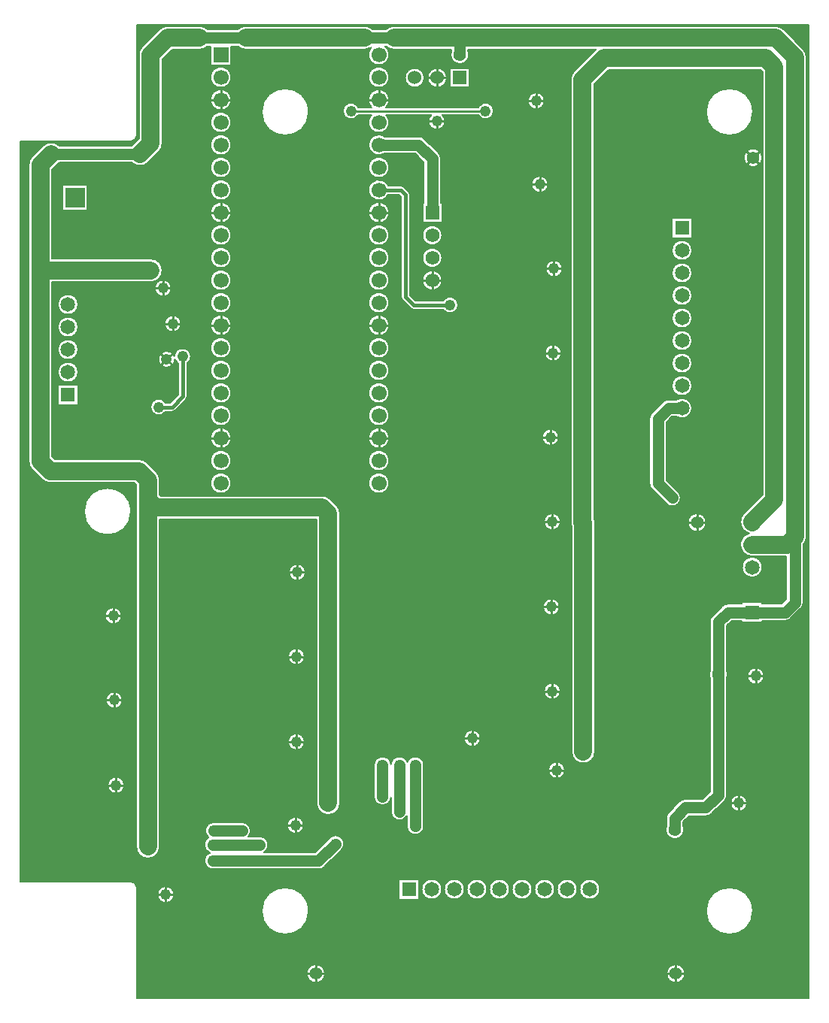
<source format=gbr>
G04 DesignSpark PCB PRO Gerber Version 10.0 Build 5299*
G04 #@! TF.Part,Single*
G04 #@! TF.FileFunction,Copper,L2,Bot*
G04 #@! TF.FilePolarity,Positive*
%FSLAX35Y35*%
%MOIN*%
G04 #@! TA.AperFunction,ComponentPad*
%ADD71R,0.06000X0.06000*%
%ADD23R,0.06201X0.06201*%
%ADD17R,0.06496X0.06496*%
%ADD21R,0.06693X0.06693*%
%ADD19R,0.08563X0.08563*%
G04 #@! TD.AperFunction*
%ADD10C,0.00500*%
%ADD11C,0.01000*%
%ADD14C,0.01500*%
G04 #@! TA.AperFunction,ViaPad*
%ADD12C,0.04800*%
G04 #@! TD.AperFunction*
%ADD15C,0.05000*%
G04 #@! TA.AperFunction,ViaPad*
%ADD13C,0.05600*%
G04 #@! TA.AperFunction,ComponentPad*
%ADD20C,0.06000*%
%ADD24C,0.06201*%
%ADD18C,0.06496*%
%ADD22C,0.06693*%
G04 #@! TD.AperFunction*
%ADD16C,0.07874*%
G04 #@! TA.AperFunction,ComponentPad*
%ADD70C,0.08563*%
G04 #@! TD.AperFunction*
X0Y0D02*
D02*
D10*
X72435Y80183D02*
Y31108D01*
X370191D01*
Y462711D01*
X72435D01*
Y413636D01*
G75*
G02*
X69935Y411136I-2500J0D01*
G01*
X20861D01*
Y82683D01*
X69935D01*
G75*
G02*
X72435Y80183I0J-2500D01*
G01*
X367695Y451952D02*
G75*
G02*
X369217Y448281I-3665J-3670D01*
G01*
Y235683D01*
G75*
G02*
X367780Y232100I-5187J0D01*
G01*
Y206549D01*
G75*
G02*
X366679Y203896I-3750J0D01*
G01*
X362353Y199569D01*
G75*
G02*
X359699Y198469I-2654J2650D01*
G01*
X349630D01*
Y197720D01*
X340634D01*
Y198469D01*
X336055D01*
X333921Y196335D01*
Y176189D01*
G75*
G02*
Y173130I-3750J-1530D01*
G01*
Y121116D01*
G75*
G02*
X332821Y118463I-3750J0D01*
G01*
X327313Y112955D01*
G75*
G02*
X324659Y111854I-2654J2650D01*
G01*
X317157D01*
X314630Y109327D01*
Y107291D01*
G75*
G02*
X314930Y105762I-3750J-1530D01*
G01*
G75*
G02*
X306830I-4050J0D01*
G01*
G75*
G02*
X307130Y107291I4050J0D01*
G01*
Y110880D01*
G75*
G02*
X308230Y113534I3750J0D01*
G01*
X312951Y118254D01*
G75*
G02*
X315604Y119354I2654J-2650D01*
G01*
X323106D01*
X326421Y122669D01*
Y173130D01*
G75*
G02*
Y176189I3750J1530D01*
G01*
Y197888D01*
G75*
G02*
X327522Y200542I3750J0D01*
G01*
X331848Y204868D01*
G75*
G02*
X334502Y205969I2654J-2650D01*
G01*
X340634D01*
Y206717D01*
X349630D01*
Y205969D01*
X358146D01*
X360280Y208102D01*
Y227031D01*
X345222D01*
G75*
G02*
X343749Y237219I-91J5187D01*
G01*
G75*
G02*
X339944Y242219I1383J5000D01*
G01*
G75*
G02*
X339945Y242309I5199J0D01*
G01*
Y242376D01*
G75*
G02*
X341467Y246046I5187J0D01*
G01*
X349787Y254367D01*
Y441802D01*
X348889Y442701D01*
X281532D01*
X275122Y436291D01*
Y244201D01*
G75*
G02*
X275148Y244135I-4800J-1975D01*
G01*
G75*
G02*
X275516Y242219I-4820J-1917D01*
G01*
Y140407D01*
G75*
G02*
X265142I-5187J0D01*
G01*
Y240236D01*
G75*
G02*
X264748Y242219I4793J1982D01*
G01*
Y438439D01*
G75*
G02*
X266270Y442109I5187J0D01*
G01*
X275714Y451553D01*
G75*
G02*
X275928Y451756I3673J-3665D01*
G01*
X219354D01*
Y450992D01*
G75*
G02*
X219654Y449463I-3750J-1530D01*
G01*
G75*
G02*
X211554I-4050J0D01*
G01*
G75*
G02*
X211854Y450992I4050J0D01*
G01*
Y451756D01*
X186470D01*
G75*
G02*
X182887Y453193I0J5187D01*
G01*
X182384D01*
G75*
G02*
X184295Y449463I-2685J-3730D01*
G01*
G75*
G02*
X175102I-4596J0D01*
G01*
G75*
G02*
X176382Y452645I4596J0D01*
G01*
G75*
G02*
X173478Y451756I-2904J4298D01*
G01*
X120722D01*
G75*
G02*
X117139Y453193I0J5187D01*
G01*
X114295D01*
Y444866D01*
X105102D01*
Y453193D01*
X103833D01*
G75*
G02*
X100250Y451756I-3583J3750D01*
G01*
X88225D01*
X83783Y447314D01*
Y410093D01*
G75*
G02*
X82262Y406422I-5187J0D01*
G01*
X77540Y401700D01*
G75*
G02*
X70289Y401618I-3668J3668D01*
G01*
X38087D01*
X34965Y398495D01*
Y358980D01*
X78596D01*
G75*
G02*
Y348606I0J-5187D01*
G01*
X34965D01*
Y271296D01*
X36257Y270004D01*
X73478D01*
G75*
G02*
X77148Y268482I0J-5187D01*
G01*
X81081Y264550D01*
G75*
G02*
X82602Y260880I-3665J-3670D01*
G01*
Y254367D01*
X83107Y253862D01*
X154574D01*
G75*
G02*
X158248Y252343I7J-5187D01*
G01*
X161004Y249587D01*
G75*
G02*
X162524Y245919I-3668J-3668D01*
G01*
G75*
G02*
Y245918I-2734J-1D01*
G01*
G75*
G02*
Y245913I-2962J-2D01*
G01*
Y117573D01*
G75*
G02*
X152150I-5187J0D01*
G01*
Y243488D01*
X82602D01*
Y98281D01*
G75*
G02*
X72228I-5187J0D01*
G01*
Y258731D01*
X71330Y259630D01*
X34108D01*
G75*
G02*
X30438Y261152I0J5187D01*
G01*
X26112Y265478D01*
G75*
G02*
X24591Y269148I3665J3670D01*
G01*
Y400644D01*
G75*
G02*
X26112Y404314I5187J0D01*
G01*
X30834Y409036D01*
G75*
G02*
X38085Y409118I3668J-3668D01*
G01*
X70287D01*
X73409Y412241D01*
Y449463D01*
G75*
G02*
X74931Y453133I5187J0D01*
G01*
X82407Y460608D01*
G75*
G02*
X86077Y462130I3670J-3665D01*
G01*
X100250D01*
G75*
G02*
X103833Y460693I0J-5187D01*
G01*
X117139D01*
G75*
G02*
X120722Y462130I3583J-3750D01*
G01*
X173478D01*
G75*
G02*
X177062Y460693I0J-5187D01*
G01*
X182887D01*
G75*
G02*
X186470Y462130I3583J-3750D01*
G01*
X355368D01*
G75*
G02*
X359038Y460608I0J-5187D01*
G01*
X367695Y451952D01*
X343057Y173915D02*
G75*
G02*
X350357I3650J0D01*
G01*
G75*
G02*
X343057I-3650J0D01*
G01*
X335576Y117573D02*
G75*
G02*
X342876I3650J0D01*
G01*
G75*
G02*
X335576I-3650J0D01*
G01*
X324713Y69744D02*
G75*
G02*
X345461I10374J0D01*
G01*
G75*
G02*
X324713I-10374J0D01*
G01*
X307224Y41982D02*
G75*
G02*
X315324I4050J0D01*
G01*
G75*
G02*
X307224I-4050J0D01*
G01*
X340634Y222219D02*
G75*
G02*
X349630I4498J0D01*
G01*
G75*
G02*
X340634I-4498J0D01*
G01*
X311669Y296520D02*
G75*
G02*
X318528Y292691I2361J-3829D01*
G01*
G75*
G02*
X311431Y289020I-4498J0D01*
G01*
X309677D01*
X307150Y286492D01*
Y260858D01*
X312350Y255657D01*
G75*
G02*
X307047Y250354I-2652J-2652D01*
G01*
X300750Y256652D01*
G75*
G02*
X299650Y259305I2650J2654D01*
G01*
Y288045D01*
G75*
G02*
X300750Y290699I3750J0D01*
G01*
X305470Y295419D01*
G75*
G02*
X308124Y296520I2654J-2650D01*
G01*
X311669D01*
X316672Y241982D02*
G75*
G02*
X324772I4050J0D01*
G01*
G75*
G02*
X316672I-4050J0D01*
G01*
X309531Y302691D02*
G75*
G02*
X318528I4498J0D01*
G01*
G75*
G02*
X309531I-4498J0D01*
G01*
Y312691D02*
G75*
G02*
X318528I4498J0D01*
G01*
G75*
G02*
X309531I-4498J0D01*
G01*
Y322691D02*
G75*
G02*
X318528I4498J0D01*
G01*
G75*
G02*
X309531I-4498J0D01*
G01*
Y332691D02*
G75*
G02*
X318528I4498J0D01*
G01*
G75*
G02*
X309531I-4498J0D01*
G01*
Y342691D02*
G75*
G02*
X318528I4498J0D01*
G01*
G75*
G02*
X309531I-4498J0D01*
G01*
Y352691D02*
G75*
G02*
X318528I4498J0D01*
G01*
G75*
G02*
X309531I-4498J0D01*
G01*
Y362691D02*
G75*
G02*
X318528I4498J0D01*
G01*
G75*
G02*
X309531I-4498J0D01*
G01*
Y377189D02*
X318528D01*
Y368193D01*
X309531D01*
Y377189D01*
X324713Y424075D02*
G75*
G02*
X345461I10374J0D01*
G01*
G75*
G02*
X324713I-10374J0D01*
G01*
X341476Y403793D02*
G75*
G02*
X349576I4050J0D01*
G01*
G75*
G02*
X341476I-4050J0D01*
G01*
X268665Y79384D02*
G75*
G02*
X277661I4498J0D01*
G01*
G75*
G02*
X268665I-4498J0D01*
G01*
X238665D02*
G75*
G02*
X247661I4498J0D01*
G01*
G75*
G02*
X238665I-4498J0D01*
G01*
X245813Y428990D02*
G75*
G02*
X253113I3650J0D01*
G01*
G75*
G02*
X245813I-3650J0D01*
G01*
X247387Y391982D02*
G75*
G02*
X254687I3650J0D01*
G01*
G75*
G02*
X247387I-3650J0D01*
G01*
X248665Y79384D02*
G75*
G02*
X257661I4498J0D01*
G01*
G75*
G02*
X248665I-4498J0D01*
G01*
X252112Y279778D02*
G75*
G02*
X259412I3650J0D01*
G01*
G75*
G02*
X252112I-3650J0D01*
G01*
X252506Y204581D02*
G75*
G02*
X259806I3650J0D01*
G01*
G75*
G02*
X252506I-3650J0D01*
G01*
X252899Y167179D02*
G75*
G02*
X260199I3650J0D01*
G01*
G75*
G02*
X252899I-3650J0D01*
G01*
X254868Y132140D02*
G75*
G02*
X262168I3650J0D01*
G01*
G75*
G02*
X254868I-3650J0D01*
G01*
X258665Y79384D02*
G75*
G02*
X267661I4498J0D01*
G01*
G75*
G02*
X258665I-4498J0D01*
G01*
X252899Y242376D02*
G75*
G02*
X260199I3650J0D01*
G01*
G75*
G02*
X252899I-3650J0D01*
G01*
X253293Y317179D02*
G75*
G02*
X260593I3650J0D01*
G01*
G75*
G02*
X253293I-3650J0D01*
G01*
X253687Y354581D02*
G75*
G02*
X260987I3650J0D01*
G01*
G75*
G02*
X253687I-3650J0D01*
G01*
X191354Y439226D02*
G75*
G02*
X199854I4250J0D01*
G01*
G75*
G02*
X191354I-4250J0D01*
G01*
X201354D02*
G75*
G02*
X209854I4250J0D01*
G01*
G75*
G02*
X201354I-4250J0D01*
G01*
X211354Y443476D02*
X219854D01*
Y434976D01*
X211354D01*
Y443476D01*
X223819Y426213D02*
G75*
G02*
X230672Y424463I3203J-1750D01*
G01*
G75*
G02*
X223819Y422713I-3650J0D01*
G01*
X207736D01*
G75*
G02*
X209018Y419935I-2368J-2778D01*
G01*
G75*
G02*
X201718I-3650J0D01*
G01*
G75*
G02*
X203000Y422713I3650J0D01*
G01*
X182949D01*
G75*
G02*
X184295Y419463I-3250J-3250D01*
G01*
G75*
G02*
X175102I-4596J0D01*
G01*
G75*
G02*
X176448Y422713I4596J0D01*
G01*
X170579D01*
G75*
G02*
X163726Y424463I-3203J1750D01*
G01*
G75*
G02*
X170579Y426213I3650J0D01*
G01*
X176448D01*
G75*
G02*
X175102Y429463I3250J3250D01*
G01*
G75*
G02*
X184295I4596J0D01*
G01*
G75*
G02*
X182949Y426213I-4596J0D01*
G01*
X223819D01*
X228665Y79384D02*
G75*
G02*
X237661I4498J0D01*
G01*
G75*
G02*
X228665I-4498J0D01*
G01*
X217466Y146313D02*
G75*
G02*
X224766I3650J0D01*
G01*
G75*
G02*
X217466I-3650J0D01*
G01*
X218665Y79384D02*
G75*
G02*
X227661I4498J0D01*
G01*
G75*
G02*
X218665I-4498J0D01*
G01*
X175102Y259463D02*
G75*
G02*
X184295I4596J0D01*
G01*
G75*
G02*
X175102I-4596J0D01*
G01*
X192376Y135730D02*
G75*
G02*
X199669Y134502I3543J-1228D01*
G01*
Y107337D01*
G75*
G02*
X192169I-3750J0D01*
G01*
Y111924D01*
G75*
G02*
X185083Y113636I-3337J1711D01*
G01*
Y119945D01*
G75*
G02*
X177602Y120329I-3730J384D01*
G01*
Y134502D01*
G75*
G02*
X185093Y134774I3750J0D01*
G01*
G75*
G02*
X192376Y135730I3740J-272D01*
G01*
X198665Y79384D02*
G75*
G02*
X207661I4498J0D01*
G01*
G75*
G02*
X198665I-4498J0D01*
G01*
X188665Y83882D02*
X197661D01*
Y74886D01*
X188665D01*
Y83882D01*
X175102Y269463D02*
G75*
G02*
X184295I4596J0D01*
G01*
G75*
G02*
X175102I-4596J0D01*
G01*
Y279463D02*
G75*
G02*
X184295I4596J0D01*
G01*
G75*
G02*
X175102I-4596J0D01*
G01*
Y289463D02*
G75*
G02*
X184295I4596J0D01*
G01*
G75*
G02*
X175102I-4596J0D01*
G01*
Y299463D02*
G75*
G02*
X184295I4596J0D01*
G01*
G75*
G02*
X175102I-4596J0D01*
G01*
Y309463D02*
G75*
G02*
X184295I4596J0D01*
G01*
G75*
G02*
X175102I-4596J0D01*
G01*
Y319463D02*
G75*
G02*
X184295I4596J0D01*
G01*
G75*
G02*
X175102I-4596J0D01*
G01*
Y329463D02*
G75*
G02*
X184295I4596J0D01*
G01*
G75*
G02*
X175102I-4596J0D01*
G01*
Y339463D02*
G75*
G02*
X184295I4596J0D01*
G01*
G75*
G02*
X175102I-4596J0D01*
G01*
Y349463D02*
G75*
G02*
X184295I4596J0D01*
G01*
G75*
G02*
X175102I-4596J0D01*
G01*
Y359463D02*
G75*
G02*
X184295I4596J0D01*
G01*
G75*
G02*
X175102I-4596J0D01*
G01*
Y369463D02*
G75*
G02*
X184295I4596J0D01*
G01*
G75*
G02*
X175102I-4596J0D01*
G01*
Y379463D02*
G75*
G02*
X184295I4596J0D01*
G01*
G75*
G02*
X175102I-4596J0D01*
G01*
X208220Y340439D02*
G75*
G02*
X214924Y338439I3053J-2000D01*
G01*
G75*
G02*
X208220Y336439I-3650J0D01*
G01*
X195132D01*
G75*
G02*
X193716Y337026I0J2000D01*
G01*
X190176Y340567D01*
G75*
G02*
X189589Y341982I1413J1416D01*
G01*
Y386430D01*
X188556Y387463D01*
X183837D01*
G75*
G02*
X175102Y389463I-4139J2000D01*
G01*
G75*
G02*
X183837Y391463I4596J0D01*
G01*
X189384D01*
G75*
G02*
X190800Y390875I0J-2000D01*
G01*
X193001Y388674D01*
G75*
G02*
X193589Y387258I-1413J-1416D01*
G01*
Y342811D01*
X195960Y340439D01*
X208220D01*
X208665Y79384D02*
G75*
G02*
X217661I4498J0D01*
G01*
G75*
G02*
X208665I-4498J0D01*
G01*
X175102Y399463D02*
G75*
G02*
X184295I4596J0D01*
G01*
G75*
G02*
X175102I-4596J0D01*
G01*
X207150Y383734D02*
X207750D01*
Y375033D01*
X199049D01*
Y383734D01*
X199650D01*
Y401846D01*
X195783Y405713D01*
X182357D01*
G75*
G02*
X175102Y409463I-2658J3750D01*
G01*
G75*
G02*
X182357Y413213I4596J0D01*
G01*
X197337D01*
G75*
G02*
X199991Y412112I0J-3750D01*
G01*
X206049Y406054D01*
G75*
G02*
X207150Y403400I-2650J-2654D01*
G01*
Y383734D01*
X199049Y349384D02*
G75*
G02*
X207750I4350J0D01*
G01*
G75*
G02*
X199049I-4350J0D01*
G01*
Y359384D02*
G75*
G02*
X207750I4350J0D01*
G01*
G75*
G02*
X199049I-4350J0D01*
G01*
Y369384D02*
G75*
G02*
X207750I4350J0D01*
G01*
G75*
G02*
X199049I-4350J0D01*
G01*
X175102Y439463D02*
G75*
G02*
X184295I4596J0D01*
G01*
G75*
G02*
X175102I-4596J0D01*
G01*
X127863Y424075D02*
G75*
G02*
X148611I10374J0D01*
G01*
G75*
G02*
X127863I-10374J0D01*
G01*
X105102Y259463D02*
G75*
G02*
X114295I4596J0D01*
G01*
G75*
G02*
X105102I-4596J0D01*
G01*
Y269463D02*
G75*
G02*
X114295I4596J0D01*
G01*
G75*
G02*
X105102I-4596J0D01*
G01*
Y279463D02*
G75*
G02*
X114295I4596J0D01*
G01*
G75*
G02*
X105102I-4596J0D01*
G01*
Y289463D02*
G75*
G02*
X114295I4596J0D01*
G01*
G75*
G02*
X105102I-4596J0D01*
G01*
Y299463D02*
G75*
G02*
X114295I4596J0D01*
G01*
G75*
G02*
X105102I-4596J0D01*
G01*
Y309463D02*
G75*
G02*
X114295I4596J0D01*
G01*
G75*
G02*
X105102I-4596J0D01*
G01*
Y319463D02*
G75*
G02*
X114295I4596J0D01*
G01*
G75*
G02*
X105102I-4596J0D01*
G01*
Y329463D02*
G75*
G02*
X114295I4596J0D01*
G01*
G75*
G02*
X105102I-4596J0D01*
G01*
Y339463D02*
G75*
G02*
X114295I4596J0D01*
G01*
G75*
G02*
X105102I-4596J0D01*
G01*
Y349463D02*
G75*
G02*
X114295I4596J0D01*
G01*
G75*
G02*
X105102I-4596J0D01*
G01*
Y359463D02*
G75*
G02*
X114295I4596J0D01*
G01*
G75*
G02*
X105102I-4596J0D01*
G01*
Y369463D02*
G75*
G02*
X114295I4596J0D01*
G01*
G75*
G02*
X105102I-4596J0D01*
G01*
Y379463D02*
G75*
G02*
X114295I4596J0D01*
G01*
G75*
G02*
X105102I-4596J0D01*
G01*
Y389463D02*
G75*
G02*
X114295I4596J0D01*
G01*
G75*
G02*
X105102I-4596J0D01*
G01*
Y399463D02*
G75*
G02*
X114295I4596J0D01*
G01*
G75*
G02*
X105102I-4596J0D01*
G01*
Y409463D02*
G75*
G02*
X114295I4596J0D01*
G01*
G75*
G02*
X105102I-4596J0D01*
G01*
Y419463D02*
G75*
G02*
X114295I4596J0D01*
G01*
G75*
G02*
X105102I-4596J0D01*
G01*
Y429463D02*
G75*
G02*
X114295I4596J0D01*
G01*
G75*
G02*
X105102I-4596J0D01*
G01*
Y439463D02*
G75*
G02*
X114295I4596J0D01*
G01*
G75*
G02*
X105102I-4596J0D01*
G01*
X39600Y391608D02*
X50663D01*
Y380545D01*
X39600D01*
Y391608D01*
X80458Y345919D02*
G75*
G02*
X87758I3650J0D01*
G01*
G75*
G02*
X80458I-3650J0D01*
G01*
X89120Y315652D02*
G75*
G02*
X96420Y315604I3650J-48D01*
G01*
G75*
G02*
X94770Y312551I-3650J0D01*
G01*
Y297888D01*
G75*
G02*
X94182Y296472I-2000J0D01*
G01*
X89504Y291794D01*
G75*
G02*
X88089Y291207I-1416J1413D01*
G01*
X85193D01*
G75*
G02*
X78490Y293207I-3053J2000D01*
G01*
G75*
G02*
X85193Y295207I3650J0D01*
G01*
X87260D01*
X90770Y298716D01*
Y312551D01*
G75*
G02*
X89333Y314376I2000J3054D01*
G01*
G75*
G02*
X82033Y314423I-3650J48D01*
G01*
G75*
G02*
X89120Y315652I3650J0D01*
G01*
X84789Y330171D02*
G75*
G02*
X92089I3650J0D01*
G01*
G75*
G02*
X84789I-3650J0D01*
G01*
X37484Y303173D02*
X46480D01*
Y294177D01*
X37484D01*
Y303173D01*
Y308675D02*
G75*
G02*
X46480I4498J0D01*
G01*
G75*
G02*
X37484I-4498J0D01*
G01*
Y318675D02*
G75*
G02*
X46480I4498J0D01*
G01*
G75*
G02*
X37484I-4498J0D01*
G01*
Y328675D02*
G75*
G02*
X46480I4498J0D01*
G01*
G75*
G02*
X37484I-4498J0D01*
G01*
Y338675D02*
G75*
G02*
X46480I4498J0D01*
G01*
G75*
G02*
X37484I-4498J0D01*
G01*
X157835Y102114D02*
G75*
G02*
X163138Y96811I2652J-2652D01*
G01*
X155660Y89333D01*
G75*
G02*
X153006Y88232I-2654J2650D01*
G01*
X106156D01*
G75*
G02*
X104928Y95526I0J3750D01*
G01*
G75*
G02*
X104331Y102345I1228J3543D01*
G01*
G75*
G02*
X106549Y109118I2219J3023D01*
G01*
X119148D01*
G75*
G02*
X121898Y102819I0J-3750D01*
G01*
X127022D01*
G75*
G02*
X128733Y95732I0J-3750D01*
G01*
X151453D01*
X157835Y102114D01*
X127863Y69744D02*
G75*
G02*
X148611I10374J0D01*
G01*
G75*
G02*
X127863I-10374J0D01*
G01*
X147775Y41982D02*
G75*
G02*
X155875I4050J0D01*
G01*
G75*
G02*
X147775I-4050J0D01*
G01*
X139120Y107730D02*
G75*
G02*
X146420I3650J0D01*
G01*
G75*
G02*
X139120I-3650J0D01*
G01*
X139513Y144738D02*
G75*
G02*
X146813I3650J0D01*
G01*
G75*
G02*
X139513I-3650J0D01*
G01*
Y182533D02*
G75*
G02*
X146813I3650J0D01*
G01*
G75*
G02*
X139513I-3650J0D01*
G01*
X139907Y219935D02*
G75*
G02*
X147207I3650J0D01*
G01*
G75*
G02*
X139907I-3650J0D01*
G01*
X81639Y77022D02*
G75*
G02*
X88939I3650J0D01*
G01*
G75*
G02*
X81639I-3650J0D01*
G01*
X49123Y246909D02*
G75*
G02*
X69871I10374J0D01*
G01*
G75*
G02*
X49123I-10374J0D01*
G01*
X58411Y200644D02*
G75*
G02*
X65711I3650J0D01*
G01*
G75*
G02*
X58411I-3650J0D01*
G01*
X58805Y163242D02*
G75*
G02*
X66105I3650J0D01*
G01*
G75*
G02*
X58805I-3650J0D01*
G01*
X59592Y125447D02*
G75*
G02*
X66892I3650J0D01*
G01*
G75*
G02*
X59592I-3650J0D01*
G01*
X72435Y41982D02*
G36*
X72435Y41982D02*
Y31358D01*
X369941D01*
Y41982D01*
X315324D01*
G75*
G02*
X307224I-4050J0D01*
G01*
X155875D01*
G75*
G02*
X147775I-4050J0D01*
G01*
X72435D01*
G37*
Y69744D02*
G36*
X72435Y69744D02*
Y41982D01*
X147775D01*
G75*
G02*
X155875I4050J0D01*
G01*
X307224D01*
G75*
G02*
X315324I4050J0D01*
G01*
X369941D01*
Y69744D01*
X345461D01*
G75*
G02*
X324713I-10374J0D01*
G01*
X148611D01*
G75*
G02*
X127863I-10374J0D01*
G01*
X72435D01*
G37*
Y79384D02*
G36*
X72435Y79384D02*
Y69744D01*
X127863D01*
G75*
G02*
X134403Y79384I10374J0D01*
G01*
X88072D01*
G75*
G02*
X88939Y77022I-2783J-2362D01*
G01*
G75*
G02*
X81639I-3650J0D01*
G01*
G75*
G02*
X82507Y79384I3650J0D01*
G01*
X72435D01*
G37*
X142070D02*
G36*
X142070Y79384D02*
G75*
G02*
X148611Y69744I-3833J-9640D01*
G01*
X324713D01*
G75*
G02*
X331254Y79384I10374J0D01*
G01*
X277661D01*
G75*
G02*
X268665I-4498J0D01*
G01*
X267661D01*
G75*
G02*
X258665I-4498J0D01*
G01*
X257661D01*
G75*
G02*
X248665I-4498J0D01*
G01*
X247661D01*
G75*
G02*
X238665I-4498J0D01*
G01*
X237661D01*
G75*
G02*
X228665I-4498J0D01*
G01*
X227661D01*
G75*
G02*
X218665I-4498J0D01*
G01*
X217661D01*
G75*
G02*
X208665I-4498J0D01*
G01*
X207661D01*
G75*
G02*
X198665I-4498J0D01*
G01*
X197661D01*
Y74886D01*
X188665D01*
Y79384D01*
X142070D01*
G37*
X338920D02*
G36*
X338920Y79384D02*
G75*
G02*
X345461Y69744I-3833J-9640D01*
G01*
X369941D01*
Y79384D01*
X338920D01*
G37*
X21111Y98675D02*
G36*
X21111Y98675D02*
Y82683D01*
X69935D01*
G75*
G02*
X72435Y80183I0J-2500D01*
G01*
Y79384D01*
X82507D01*
G75*
G02*
X88072I2783J-2362D01*
G01*
X134403D01*
G75*
G02*
X142070I3833J-9640D01*
G01*
X188665D01*
Y83882D01*
X197661D01*
Y79384D01*
X198665D01*
G75*
G02*
X207661I4498J0D01*
G01*
X208665D01*
G75*
G02*
X217661I4498J0D01*
G01*
X218665D01*
G75*
G02*
X227661I4498J0D01*
G01*
X228665D01*
G75*
G02*
X237661I4498J0D01*
G01*
X238665D01*
G75*
G02*
X247661I4498J0D01*
G01*
X248665D01*
G75*
G02*
X257661I4498J0D01*
G01*
X258665D01*
G75*
G02*
X267661I4498J0D01*
G01*
X268665D01*
G75*
G02*
X277661I4498J0D01*
G01*
X331254D01*
G75*
G02*
X338920I3833J-9640D01*
G01*
X369941D01*
Y98675D01*
X164152D01*
G75*
G02*
X163138Y96811I-3666J787D01*
G01*
X155660Y89333D01*
G75*
G02*
X153006Y88232I-2653J2648D01*
G01*
X106156D01*
G75*
G02*
X102406Y91982I0J3750D01*
G01*
G75*
G02*
X104928Y95526I3750J0D01*
G01*
G75*
G02*
X102426Y98675I1228J3543D01*
G01*
X82602D01*
Y98281D01*
G75*
G02*
X72228I-5187J0D01*
G01*
Y98675D01*
X21111D01*
G37*
X130751D02*
G36*
X130751Y98675D02*
G75*
G02*
X128733Y95732I-3729J394D01*
G01*
X151453D01*
X154396Y98675D01*
X130751D01*
G37*
X21111Y107730D02*
G36*
X21111Y107730D02*
Y98675D01*
X72228D01*
Y107730D01*
X21111D01*
G37*
X82602D02*
G36*
X82602Y107730D02*
Y98675D01*
X102426D01*
G75*
G02*
X102406Y99069I3730J391D01*
G01*
G75*
G02*
X104331Y102345I3750J0D01*
G01*
G75*
G02*
X102799Y105368I2218J3023D01*
G01*
G75*
G02*
X103637Y107730I3750J0D01*
G01*
X82602D01*
G37*
X122898Y105368D02*
G36*
X122898Y105368D02*
G75*
G02*
X121898Y102819I-3750J0D01*
G01*
X127022D01*
G75*
G02*
X130772Y99069I0J-3750D01*
G01*
G75*
G02*
X130751Y98675I-3750J1D01*
G01*
X154396D01*
X157835Y102114D01*
G75*
G02*
X164236Y99463I2652J-2652D01*
G01*
G75*
G02*
X164152Y98675I-3750J1D01*
G01*
X369941D01*
Y107730D01*
X314630D01*
Y107291D01*
G75*
G02*
X314930Y105763I-3741J-1528D01*
G01*
G75*
G02*
Y105762I-4101J-1D01*
G01*
G75*
G02*
X306830I-4050J0D01*
G01*
G75*
G02*
Y105763I4101J0D01*
G01*
G75*
G02*
X307130Y107291I4045J0D01*
G01*
Y107730D01*
X199669D01*
Y107337D01*
G75*
G02*
X192169I-3750J0D01*
G01*
Y107730D01*
X146420D01*
G75*
G02*
X139120I-3650J0D01*
G01*
X122060D01*
G75*
G02*
X122898Y105368I-2912J-2363D01*
G01*
G37*
X21111Y117573D02*
G36*
X21111Y117573D02*
Y107730D01*
X72228D01*
Y117573D01*
X21111D01*
G37*
X82602D02*
G36*
X82602Y117573D02*
Y107730D01*
X103637D01*
G75*
G02*
X106549Y109118I2913J-2362D01*
G01*
X119148D01*
G75*
G02*
X122060Y107730I0J-3750D01*
G01*
X139120D01*
G75*
G02*
X146420I3650J0D01*
G01*
X192169D01*
Y111924D01*
G75*
G02*
X185083Y113636I-3337J1711D01*
G01*
Y117573D01*
X183896D01*
G75*
G02*
X178809I-2543J2756D01*
G01*
X162524D01*
G75*
G02*
X152150I-5187J0D01*
G01*
X82602D01*
G37*
X199669D02*
G36*
X199669Y117573D02*
Y107730D01*
X307130D01*
Y110880D01*
G75*
G02*
Y110881I4511J1D01*
G01*
G75*
G02*
X308230Y113534I3748J0D01*
G01*
X312270Y117573D01*
X199669D01*
G37*
X314630Y109327D02*
G36*
X314630Y109327D02*
Y107730D01*
X369941D01*
Y117573D01*
X342876D01*
G75*
G02*
X335576I-3650J0D01*
G01*
X331931D01*
X327313Y112955D01*
G75*
G02*
X324659Y111854I-2653J2648D01*
G01*
X317157D01*
X314630Y109327D01*
G37*
X21111Y125447D02*
G36*
X21111Y125447D02*
Y117573D01*
X72228D01*
Y125447D01*
X66892D01*
G75*
G02*
X59592I-3650J0D01*
G01*
X21111D01*
G37*
X82602D02*
G36*
X82602Y125447D02*
Y117573D01*
X152150D01*
Y125447D01*
X82602D01*
G37*
X162524D02*
G36*
X162524Y125447D02*
Y117573D01*
X178809D01*
G75*
G02*
X177602Y120328I2543J2756D01*
G01*
Y120329D01*
Y125447D01*
X162524D01*
G37*
X183896Y117573D02*
G36*
X183896Y117573D02*
X185083D01*
Y119945D01*
G75*
G02*
X183896Y117573I-3730J384D01*
G01*
G37*
X199669Y125447D02*
G36*
X199669Y125447D02*
Y117573D01*
X312270D01*
X312951Y118254D01*
G75*
G02*
X315604Y119354I2653J-2648D01*
G01*
X323106D01*
X326421Y122669D01*
Y125447D01*
X199669D01*
G37*
X332821Y118463D02*
G36*
X332821Y118463D02*
X331931Y117573D01*
X335576D01*
G75*
G02*
X342876I3650J0D01*
G01*
X369941D01*
Y125447D01*
X333921D01*
Y121116D01*
G75*
G02*
Y121115I-5013J0D01*
G01*
G75*
G02*
X332821Y118463I-3748J0D01*
G01*
G37*
X21111Y132140D02*
G36*
X21111Y132140D02*
Y125447D01*
X59592D01*
G75*
G02*
X66892I3650J0D01*
G01*
X72228D01*
Y132140D01*
X21111D01*
G37*
X82602D02*
G36*
X82602Y132140D02*
Y125447D01*
X152150D01*
Y132140D01*
X82602D01*
G37*
X162524D02*
G36*
X162524Y132140D02*
Y125447D01*
X177602D01*
Y132140D01*
X162524D01*
G37*
X199669D02*
G36*
X199669Y132140D02*
Y125447D01*
X326421D01*
Y132140D01*
X262168D01*
G75*
G02*
X254868I-3650J0D01*
G01*
X199669D01*
G37*
X333921D02*
G36*
X333921Y132140D02*
Y125447D01*
X369941D01*
Y132140D01*
X333921D01*
G37*
X21111Y146313D02*
G36*
X21111Y146313D02*
Y132140D01*
X72228D01*
Y146313D01*
X21111D01*
G37*
X82602D02*
G36*
X82602Y146313D02*
Y132140D01*
X152150D01*
Y146313D01*
X146456D01*
G75*
G02*
X146813Y144738I-3293J-1574D01*
G01*
G75*
G02*
X139513I-3650J0D01*
G01*
G75*
G02*
X139870Y146313I3650J0D01*
G01*
X82602D01*
G37*
X162524D02*
G36*
X162524Y146313D02*
Y132140D01*
X177602D01*
Y134502D01*
G75*
G02*
X185093Y134774I3750J0D01*
G01*
G75*
G02*
X192376Y135730I3740J-272D01*
G01*
G75*
G02*
X199669Y134502I3543J-1228D01*
G01*
Y132140D01*
X254868D01*
G75*
G02*
X262168I3650J0D01*
G01*
X326421D01*
Y146313D01*
X275516D01*
Y140407D01*
G75*
G02*
X265142I-5187J0D01*
G01*
Y146313D01*
X224766D01*
G75*
G02*
X217466I-3650J0D01*
G01*
X162524D01*
G37*
X333921D02*
G36*
X333921Y146313D02*
Y132140D01*
X369941D01*
Y146313D01*
X333921D01*
G37*
X21111Y163242D02*
G36*
X21111Y163242D02*
Y146313D01*
X72228D01*
Y163242D01*
X66105D01*
G75*
G02*
X58805I-3650J0D01*
G01*
X21111D01*
G37*
X82602D02*
G36*
X82602Y163242D02*
Y146313D01*
X139870D01*
G75*
G02*
X146456I3293J-1575D01*
G01*
X152150D01*
Y163242D01*
X82602D01*
G37*
X162524D02*
G36*
X162524Y163242D02*
Y146313D01*
X217466D01*
G75*
G02*
X224766I3650J0D01*
G01*
X265142D01*
Y163242D01*
X162524D01*
G37*
X275516D02*
G36*
X275516Y163242D02*
Y146313D01*
X326421D01*
Y163242D01*
X275516D01*
G37*
X333921D02*
G36*
X333921Y163242D02*
Y146313D01*
X369941D01*
Y163242D01*
X333921D01*
G37*
X21111Y167179D02*
G36*
X21111Y167179D02*
Y163242D01*
X58805D01*
G75*
G02*
X66105I3650J0D01*
G01*
X72228D01*
Y167179D01*
X21111D01*
G37*
X82602D02*
G36*
X82602Y167179D02*
Y163242D01*
X152150D01*
Y167179D01*
X82602D01*
G37*
X162524D02*
G36*
X162524Y167179D02*
Y163242D01*
X265142D01*
Y167179D01*
X260199D01*
G75*
G02*
X252899I-3650J0D01*
G01*
X162524D01*
G37*
X275516D02*
G36*
X275516Y167179D02*
Y163242D01*
X326421D01*
Y167179D01*
X275516D01*
G37*
X333921D02*
G36*
X333921Y167179D02*
Y163242D01*
X369941D01*
Y167179D01*
X333921D01*
G37*
X21111Y173915D02*
G36*
X21111Y173915D02*
Y167179D01*
X72228D01*
Y173915D01*
X21111D01*
G37*
X82602D02*
G36*
X82602Y173915D02*
Y167179D01*
X152150D01*
Y173915D01*
X82602D01*
G37*
X162524D02*
G36*
X162524Y173915D02*
Y167179D01*
X252899D01*
G75*
G02*
X260199I3650J0D01*
G01*
X265142D01*
Y173915D01*
X162524D01*
G37*
X275516D02*
G36*
X275516Y173915D02*
Y167179D01*
X326421D01*
Y173130D01*
G75*
G02*
X326190Y173915I3749J1530D01*
G01*
X275516D01*
G37*
X333921Y173130D02*
G36*
X333921Y173130D02*
Y167179D01*
X369941D01*
Y173915D01*
X350357D01*
G75*
G02*
X343057I-3650J0D01*
G01*
X334152D01*
G75*
G02*
X333921Y173130I-3980J744D01*
G01*
G37*
X21111Y182533D02*
G36*
X21111Y182533D02*
Y173915D01*
X72228D01*
Y182533D01*
X21111D01*
G37*
X82602D02*
G36*
X82602Y182533D02*
Y173915D01*
X152150D01*
Y182533D01*
X146813D01*
G75*
G02*
X139513I-3650J0D01*
G01*
X82602D01*
G37*
X162524D02*
G36*
X162524Y182533D02*
Y173915D01*
X265142D01*
Y182533D01*
X162524D01*
G37*
X275516D02*
G36*
X275516Y182533D02*
Y173915D01*
X326190D01*
G75*
G02*
X326121Y174659I3980J744D01*
G01*
G75*
G02*
X326421Y176189I4049J0D01*
G01*
Y182533D01*
X275516D01*
G37*
X333921D02*
G36*
X333921Y182533D02*
Y176189D01*
G75*
G02*
X334221Y174659I-3749J-1530D01*
G01*
G75*
G02*
X334152Y173915I-4049J0D01*
G01*
X343057D01*
G75*
G02*
X350357I3650J0D01*
G01*
X369941D01*
Y182533D01*
X333921D01*
G37*
X21111Y200644D02*
G36*
X21111Y200644D02*
Y182533D01*
X72228D01*
Y200644D01*
X65711D01*
G75*
G02*
X58411I-3650J0D01*
G01*
X21111D01*
G37*
X82602D02*
G36*
X82602Y200644D02*
Y182533D01*
X139513D01*
G75*
G02*
X146813I3650J0D01*
G01*
X152150D01*
Y200644D01*
X82602D01*
G37*
X162524D02*
G36*
X162524Y200644D02*
Y182533D01*
X265142D01*
Y200644D01*
X162524D01*
G37*
X275516D02*
G36*
X275516Y200644D02*
Y182533D01*
X326421D01*
Y197888D01*
G75*
G02*
Y197889I4511J1D01*
G01*
G75*
G02*
X327522Y200542I3748J0D01*
G01*
X327624Y200644D01*
X275516D01*
G37*
X333921Y196335D02*
G36*
X333921Y196335D02*
Y182533D01*
X369941D01*
Y200644D01*
X363428D01*
X362353Y199569D01*
G75*
G02*
X359699Y198469I-2653J2648D01*
G01*
X349630D01*
Y197720D01*
X340634D01*
Y198469D01*
X336055D01*
X333921Y196335D01*
G37*
X21111Y204581D02*
G36*
X21111Y204581D02*
Y200644D01*
X58411D01*
G75*
G02*
X65711I3650J0D01*
G01*
X72228D01*
Y204581D01*
X21111D01*
G37*
X82602D02*
G36*
X82602Y204581D02*
Y200644D01*
X152150D01*
Y204581D01*
X82602D01*
G37*
X162524D02*
G36*
X162524Y204581D02*
Y200644D01*
X265142D01*
Y204581D01*
X259806D01*
G75*
G02*
X252506I-3650J0D01*
G01*
X162524D01*
G37*
X275516D02*
G36*
X275516Y204581D02*
Y200644D01*
X327624D01*
X331561Y204581D01*
X275516D01*
G37*
X366679Y203896D02*
G36*
X366679Y203896D02*
X363428Y200644D01*
X369941D01*
Y204581D01*
X367221D01*
G75*
G02*
X366679Y203896I-3190J1968D01*
G01*
G37*
X21111Y222219D02*
G36*
X21111Y222219D02*
Y204581D01*
X72228D01*
Y222219D01*
X21111D01*
G37*
X82602D02*
G36*
X82602Y222219D02*
Y204581D01*
X152150D01*
Y222219D01*
X146405D01*
G75*
G02*
X147207Y219935I-2848J-2283D01*
G01*
G75*
G02*
X139907I-3650J0D01*
G01*
G75*
G02*
X140709Y222219I3650J0D01*
G01*
X82602D01*
G37*
X162524D02*
G36*
X162524Y222219D02*
Y204581D01*
X252506D01*
G75*
G02*
X259806I3650J0D01*
G01*
X265142D01*
Y222219D01*
X162524D01*
G37*
X275516D02*
G36*
X275516Y222219D02*
Y204581D01*
X331561D01*
X331848Y204868D01*
G75*
G02*
X334502Y205969I2653J-2648D01*
G01*
X340634D01*
Y206717D01*
X349630D01*
Y205969D01*
X358146D01*
X360280Y208102D01*
Y222219D01*
X349630D01*
G75*
G02*
X340634I-4498J0D01*
G01*
X275516D01*
G37*
X367780D02*
G36*
X367780Y222219D02*
Y206549D01*
G75*
G02*
Y206548I-5013J0D01*
G01*
G75*
G02*
X367221Y204581I-3748J0D01*
G01*
X369941D01*
Y222219D01*
X367780D01*
G37*
X21111Y241982D02*
G36*
X21111Y241982D02*
Y222219D01*
X72228D01*
Y241982D01*
X68626D01*
G75*
G02*
X50368I-9129J4927D01*
G01*
X21111D01*
G37*
X82602D02*
G36*
X82602Y241982D02*
Y222219D01*
X140709D01*
G75*
G02*
X146405I2848J-2283D01*
G01*
X152150D01*
Y241982D01*
X82602D01*
G37*
X162524D02*
G36*
X162524Y241982D02*
Y222219D01*
X265142D01*
Y240236D01*
G75*
G02*
X264753Y241982I4784J1981D01*
G01*
X260178D01*
G75*
G02*
X252920I-3629J394D01*
G01*
X162524D01*
G37*
X275516D02*
G36*
X275516Y241982D02*
Y222219D01*
X340634D01*
G75*
G02*
X349630I4498J0D01*
G01*
X360280D01*
Y227031D01*
X345222D01*
G75*
G02*
X339944Y232219I-91J5187D01*
G01*
G75*
G02*
X343749Y237219I5188J0D01*
G01*
G75*
G02*
X339950Y241982I1384J5000D01*
G01*
X324772D01*
G75*
G02*
X316672I-4050J0D01*
G01*
X275516D01*
G37*
X367780Y232100D02*
G36*
X367780Y232100D02*
Y222219D01*
X369941D01*
Y241982D01*
X369217D01*
Y235683D01*
G75*
G02*
X367780Y232100I-5189J1D01*
G01*
G37*
X21111Y259463D02*
G36*
X21111Y259463D02*
Y241982D01*
X50368D01*
G75*
G02*
X49123Y246909I9129J4928D01*
G01*
G75*
G02*
X69871I10374J0D01*
G01*
G75*
G02*
X68626Y241982I-10374J0D01*
G01*
X72228D01*
Y258731D01*
X71497Y259463D01*
X21111D01*
G37*
X82602Y243488D02*
G36*
X82602Y243488D02*
Y241982D01*
X152150D01*
Y243488D01*
X82602D01*
G37*
Y259463D02*
G36*
X82602Y259463D02*
Y254367D01*
X83107Y253862D01*
X154574D01*
G75*
G02*
X158248Y252343I6J-5188D01*
G01*
X161004Y249587D01*
G75*
G02*
X162524Y245919I-3668J-3668D01*
G01*
Y245918D01*
Y245913D01*
Y241982D01*
X252920D01*
G75*
G02*
X252899Y242376I3629J393D01*
G01*
G75*
G02*
X260199I3650J0D01*
G01*
G75*
G02*
X260178Y241982I-3650J0D01*
G01*
X264753D01*
G75*
G02*
X264748Y242217I5173J230D01*
G01*
G75*
G02*
Y242219I5639J1D01*
G01*
Y259463D01*
X184295D01*
G75*
G02*
X175102I-4596J0D01*
G01*
X114295D01*
G75*
G02*
X105102I-4596J0D01*
G01*
X82602D01*
G37*
X275122D02*
G36*
X275122Y259463D02*
Y244201D01*
G75*
G02*
X275148Y244135I-3141J-1306D01*
G01*
G75*
G02*
X275516Y242220I-4810J-1915D01*
G01*
G75*
G02*
Y242219I-5307J-1D01*
G01*
Y241982D01*
X316672D01*
G75*
G02*
X324772I4050J0D01*
G01*
X339950D01*
G75*
G02*
X339944Y242219I5184J239D01*
G01*
G75*
G02*
Y242241I2627J11D01*
G01*
G75*
G02*
X339945Y242309I2597J4D01*
G01*
Y242376D01*
G75*
G02*
X341467Y246046I5188J-1D01*
G01*
X349787Y254367D01*
Y259463D01*
X308545D01*
X312350Y255657D01*
G75*
G02*
X313449Y253006I-2652J-2652D01*
G01*
G75*
G02*
X307047Y250354I-3750J0D01*
G01*
X300750Y256652D01*
G75*
G02*
X299650Y259304I2648J2653D01*
G01*
G75*
G02*
Y259305I5013J0D01*
G01*
Y259463D01*
X275122D01*
G37*
X369217D02*
G36*
X369217Y259463D02*
Y241982D01*
X369941D01*
Y259463D01*
X369217D01*
G37*
X21111Y269463D02*
G36*
X21111Y269463D02*
Y259463D01*
X71497D01*
X71330Y259630D01*
X34108D01*
G75*
G02*
X30438Y261152I1J5188D01*
G01*
X26112Y265478D01*
G75*
G02*
X24591Y269148I3667J3671D01*
G01*
Y269463D01*
X21111D01*
G37*
X75785D02*
G36*
X75785Y269463D02*
G75*
G02*
X77148Y268482I-2307J-4647D01*
G01*
X81081Y264550D01*
G75*
G02*
X82602Y260880I-3667J-3671D01*
G01*
Y259463D01*
X105102D01*
G75*
G02*
X114295I4596J0D01*
G01*
X175102D01*
G75*
G02*
X184295I4596J0D01*
G01*
X264748D01*
Y269463D01*
X184295D01*
G75*
G02*
X175102I-4596J0D01*
G01*
X114295D01*
G75*
G02*
X105102I-4596J0D01*
G01*
X75785D01*
G37*
X275122D02*
G36*
X275122Y269463D02*
Y259463D01*
X299650D01*
Y269463D01*
X275122D01*
G37*
X307150D02*
G36*
X307150Y269463D02*
Y260858D01*
X308545Y259463D01*
X349787D01*
Y269463D01*
X307150D01*
G37*
X369217D02*
G36*
X369217Y269463D02*
Y259463D01*
X369941D01*
Y269463D01*
X369217D01*
G37*
X21111Y277612D02*
G36*
X21111Y277612D02*
Y269463D01*
X24591D01*
Y277612D01*
X21111D01*
G37*
X34965D02*
G36*
X34965Y277612D02*
Y271296D01*
X36257Y270004D01*
X73478D01*
G75*
G02*
X75785Y269463I-1J-5188D01*
G01*
X105102D01*
G75*
G02*
X114295I4596J0D01*
G01*
X175102D01*
G75*
G02*
X184295I4596J0D01*
G01*
X264748D01*
Y277612D01*
X258700D01*
G75*
G02*
X252824I-2938J2165D01*
G01*
X183906D01*
G75*
G02*
X175491I-4207J1850D01*
G01*
X113906D01*
G75*
G02*
X105491I-4207J1850D01*
G01*
X34965D01*
G37*
X275122D02*
G36*
X275122Y277612D02*
Y269463D01*
X299650D01*
Y277612D01*
X275122D01*
G37*
X307150D02*
G36*
X307150Y277612D02*
Y269463D01*
X349787D01*
Y277612D01*
X307150D01*
G37*
X369217D02*
G36*
X369217Y277612D02*
Y269463D01*
X369941D01*
Y277612D01*
X369217D01*
G37*
X21111Y289463D02*
G36*
X21111Y289463D02*
Y277612D01*
X24591D01*
Y289463D01*
X21111D01*
G37*
X34965D02*
G36*
X34965Y289463D02*
Y277612D01*
X105491D01*
G75*
G02*
X105102Y279463I4208J1851D01*
G01*
G75*
G02*
X114295I4596J0D01*
G01*
G75*
G02*
X113906Y277612I-4597J0D01*
G01*
X175491D01*
G75*
G02*
X175102Y279463I4208J1851D01*
G01*
G75*
G02*
X184295I4596J0D01*
G01*
G75*
G02*
X183906Y277612I-4597J0D01*
G01*
X252824D01*
G75*
G02*
X252112Y279778I2938J2166D01*
G01*
G75*
G02*
X259412I3650J0D01*
G01*
G75*
G02*
X258700Y277612I-3650J0D01*
G01*
X264748D01*
Y289463D01*
X184295D01*
G75*
G02*
X175102I-4596J0D01*
G01*
X114295D01*
G75*
G02*
X105102I-4596J0D01*
G01*
X34965D01*
G37*
X275122D02*
G36*
X275122Y289463D02*
Y277612D01*
X299650D01*
Y288045D01*
G75*
G02*
Y288046I4511J1D01*
G01*
G75*
G02*
X299928Y289463I3748J0D01*
G01*
X275122D01*
G37*
X307150Y286492D02*
G36*
X307150Y286492D02*
Y277612D01*
X349787D01*
Y289463D01*
X317162D01*
G75*
G02*
X311431Y289020I-3132J3228D01*
G01*
X309677D01*
X307150Y286492D01*
G37*
X369217Y289463D02*
G36*
X369217Y289463D02*
Y277612D01*
X369941D01*
Y289463D01*
X369217D01*
G37*
X21111Y302691D02*
G36*
X21111Y302691D02*
Y289463D01*
X24591D01*
Y302691D01*
X21111D01*
G37*
X34965D02*
G36*
X34965Y302691D02*
Y289463D01*
X105102D01*
G75*
G02*
X114295I4596J0D01*
G01*
X175102D01*
G75*
G02*
X184295I4596J0D01*
G01*
X264748D01*
Y302691D01*
X182971D01*
G75*
G02*
X184295Y299463I-3272J-3228D01*
G01*
G75*
G02*
X175102I-4596J0D01*
G01*
G75*
G02*
X176427Y302691I4596J0D01*
G01*
X112971D01*
G75*
G02*
X114295Y299463I-3272J-3228D01*
G01*
G75*
G02*
X105102I-4596J0D01*
G01*
G75*
G02*
X106427Y302691I4596J0D01*
G01*
X94770D01*
Y297888D01*
G75*
G02*
X94182Y296472I-2000J0D01*
G01*
X89504Y291794D01*
G75*
G02*
X88089Y291207I-1416J1413D01*
G01*
X85193D01*
G75*
G02*
X78490Y293207I-3053J2000D01*
G01*
G75*
G02*
X85193Y295207I3650J0D01*
G01*
X87260D01*
X90770Y298716D01*
Y302691D01*
X46480D01*
Y294177D01*
X37484D01*
Y302691D01*
X34965D01*
G37*
X275122D02*
G36*
X275122Y302691D02*
Y289463D01*
X299928D01*
G75*
G02*
X300750Y290699I3470J-1416D01*
G01*
X305470Y295419D01*
G75*
G02*
X308124Y296520I2653J-2648D01*
G01*
X311669D01*
G75*
G02*
X318528Y292691I2361J-3829D01*
G01*
G75*
G02*
X317162Y289463I-4498J0D01*
G01*
X349787D01*
Y302691D01*
X318528D01*
G75*
G02*
X309531I-4498J0D01*
G01*
X275122D01*
G37*
X369217D02*
G36*
X369217Y302691D02*
Y289463D01*
X369941D01*
Y302691D01*
X369217D01*
G37*
X21111Y312691D02*
G36*
X21111Y312691D02*
Y302691D01*
X24591D01*
Y312691D01*
X21111D01*
G37*
X34965D02*
G36*
X34965Y312691D02*
Y302691D01*
X37484D01*
Y303173D01*
X46480D01*
Y302691D01*
X90770D01*
Y312551D01*
G75*
G02*
X90571Y312691I2002J3054D01*
G01*
X88896D01*
G75*
G02*
X82470I-3213J1732D01*
G01*
X44009D01*
G75*
G02*
X46480Y308675I-2026J-4016D01*
G01*
G75*
G02*
X37484I-4498J0D01*
G01*
G75*
G02*
X39956Y312691I4498J0D01*
G01*
X34965D01*
G37*
X94770Y312551D02*
G36*
X94770Y312551D02*
Y302691D01*
X106427D01*
G75*
G02*
X112971I3272J-3228D01*
G01*
X176427D01*
G75*
G02*
X182971I3272J-3228D01*
G01*
X264748D01*
Y312691D01*
X182971D01*
G75*
G02*
X184295Y309463I-3272J-3228D01*
G01*
G75*
G02*
X175102I-4596J0D01*
G01*
G75*
G02*
X176427Y312691I4596J0D01*
G01*
X112971D01*
G75*
G02*
X114295Y309463I-3272J-3228D01*
G01*
G75*
G02*
X105102I-4596J0D01*
G01*
G75*
G02*
X106427Y312691I4596J0D01*
G01*
X94968D01*
G75*
G02*
X94770Y312551I-2200J2912D01*
G01*
G37*
X275122Y312691D02*
G36*
X275122Y312691D02*
Y302691D01*
X309531D01*
G75*
G02*
X318528I4498J0D01*
G01*
X349787D01*
Y312691D01*
X318528D01*
G75*
G02*
X309531I-4498J0D01*
G01*
X275122D01*
G37*
X369217D02*
G36*
X369217Y312691D02*
Y302691D01*
X369941D01*
Y312691D01*
X369217D01*
G37*
X21111Y317179D02*
G36*
X21111Y317179D02*
Y312691D01*
X24591D01*
Y317179D01*
X21111D01*
G37*
X34965D02*
G36*
X34965Y317179D02*
Y312691D01*
X39956D01*
G75*
G02*
X44009I2026J-4016D01*
G01*
X82470D01*
G75*
G02*
X82033Y314423I3213J1732D01*
G01*
G75*
G02*
X83290Y317179I3650J0D01*
G01*
X46224D01*
G75*
G02*
X37740I-4242J1496D01*
G01*
X34965D01*
G37*
X88076D02*
G36*
X88076Y317179D02*
G75*
G02*
X89120Y315652I-2393J-2756D01*
G01*
G75*
G02*
X89477Y317179I3650J-47D01*
G01*
X88076D01*
G37*
X89333Y314376D02*
G36*
X89333Y314376D02*
G75*
G02*
X88896Y312691I-3650J48D01*
G01*
X90571D01*
G75*
G02*
X89333Y314376I2200J2915D01*
G01*
G37*
X96420Y315604D02*
G36*
X96420Y315604D02*
G75*
G02*
X94968Y312691I-3651J1D01*
G01*
X106427D01*
G75*
G02*
X112971I3272J-3228D01*
G01*
X176427D01*
G75*
G02*
X182971I3272J-3228D01*
G01*
X264748D01*
Y317179D01*
X260593D01*
G75*
G02*
X253293I-3650J0D01*
G01*
X183688D01*
G75*
G02*
X175710I-3989J2283D01*
G01*
X113688D01*
G75*
G02*
X105710I-3989J2283D01*
G01*
X96063D01*
G75*
G02*
X96420Y315604I-3293J-1574D01*
G01*
G37*
X275122Y317179D02*
G36*
X275122Y317179D02*
Y312691D01*
X309531D01*
G75*
G02*
X313732Y317179I4498J0D01*
G01*
X275122D01*
G37*
X314327D02*
G36*
X314327Y317179D02*
G75*
G02*
X318528Y312691I-297J-4488D01*
G01*
X349787D01*
Y317179D01*
X314327D01*
G37*
X369217D02*
G36*
X369217Y317179D02*
Y312691D01*
X369941D01*
Y317179D01*
X369217D01*
G37*
X21111Y322691D02*
G36*
X21111Y322691D02*
Y317179D01*
X24591D01*
Y322691D01*
X21111D01*
G37*
X34965D02*
G36*
X34965Y322691D02*
Y317179D01*
X37740D01*
G75*
G02*
X37484Y318675I4242J1496D01*
G01*
G75*
G02*
X39956Y322691I4498J0D01*
G01*
X34965D01*
G37*
X46480Y318675D02*
G36*
X46480Y318675D02*
G75*
G02*
X46224Y317179I-4498J0D01*
G01*
X83290D01*
G75*
G02*
X88076I2393J-2756D01*
G01*
X89477D01*
G75*
G02*
X96063I3293J-1575D01*
G01*
X105710D01*
G75*
G02*
X105102Y319463I3989J2284D01*
G01*
G75*
G02*
X106427Y322691I4596J0D01*
G01*
X44009D01*
G75*
G02*
X46480Y318675I-2026J-4016D01*
G01*
G37*
X114295Y319463D02*
G36*
X114295Y319463D02*
G75*
G02*
X113688Y317179I-4596J0D01*
G01*
X175710D01*
G75*
G02*
X175102Y319463I3989J2284D01*
G01*
G75*
G02*
X176427Y322691I4596J0D01*
G01*
X112971D01*
G75*
G02*
X114295Y319463I-3272J-3228D01*
G01*
G37*
X184295D02*
G36*
X184295Y319463D02*
G75*
G02*
X183688Y317179I-4596J0D01*
G01*
X253293D01*
G75*
G02*
X260593I3650J0D01*
G01*
X264748D01*
Y322691D01*
X182971D01*
G75*
G02*
X184295Y319463I-3272J-3228D01*
G01*
G37*
X275122Y322691D02*
G36*
X275122Y322691D02*
Y317179D01*
X313732D01*
G75*
G02*
X314327I297J-4486D01*
G01*
X349787D01*
Y322691D01*
X318528D01*
G75*
G02*
X309531I-4498J0D01*
G01*
X275122D01*
G37*
X369217D02*
G36*
X369217Y322691D02*
Y317179D01*
X369941D01*
Y322691D01*
X369217D01*
G37*
X21111Y332691D02*
G36*
X21111Y332691D02*
Y322691D01*
X24591D01*
Y332691D01*
X21111D01*
G37*
X34965D02*
G36*
X34965Y332691D02*
Y322691D01*
X39956D01*
G75*
G02*
X44009I2026J-4016D01*
G01*
X106427D01*
G75*
G02*
X112971I3272J-3228D01*
G01*
X176427D01*
G75*
G02*
X182971I3272J-3228D01*
G01*
X264748D01*
Y332691D01*
X182971D01*
G75*
G02*
X184295Y329463I-3272J-3228D01*
G01*
G75*
G02*
X175102I-4596J0D01*
G01*
G75*
G02*
X176427Y332691I4596J0D01*
G01*
X112971D01*
G75*
G02*
X114295Y329463I-3272J-3228D01*
G01*
G75*
G02*
X105102I-4596J0D01*
G01*
G75*
G02*
X106427Y332691I4596J0D01*
G01*
X91080D01*
G75*
G02*
X92089Y330171I-2641J-2520D01*
G01*
G75*
G02*
X84789I-3650J0D01*
G01*
G75*
G02*
X85798Y332691I3650J0D01*
G01*
X44009D01*
G75*
G02*
X46480Y328675I-2026J-4016D01*
G01*
G75*
G02*
X37484I-4498J0D01*
G01*
G75*
G02*
X39956Y332691I4498J0D01*
G01*
X34965D01*
G37*
X275122D02*
G36*
X275122Y332691D02*
Y322691D01*
X309531D01*
G75*
G02*
X318528I4498J0D01*
G01*
X349787D01*
Y332691D01*
X318528D01*
G75*
G02*
X309531I-4498J0D01*
G01*
X275122D01*
G37*
X369217D02*
G36*
X369217Y332691D02*
Y322691D01*
X369941D01*
Y332691D01*
X369217D01*
G37*
X21111Y342691D02*
G36*
X21111Y342691D02*
Y332691D01*
X24591D01*
Y342691D01*
X21111D01*
G37*
X34965D02*
G36*
X34965Y342691D02*
Y332691D01*
X39956D01*
G75*
G02*
X44009I2026J-4016D01*
G01*
X85798D01*
G75*
G02*
X91080I2641J-2520D01*
G01*
X106427D01*
G75*
G02*
X112971I3272J-3228D01*
G01*
X176427D01*
G75*
G02*
X182971I3272J-3228D01*
G01*
X264748D01*
Y342691D01*
X193708D01*
X195960Y340439D01*
X208220D01*
G75*
G02*
X214924Y338439I3053J-2000D01*
G01*
G75*
G02*
X208220Y336439I-3650J0D01*
G01*
X195132D01*
G75*
G02*
X193716Y337026I0J2000D01*
G01*
X190176Y340567D01*
G75*
G02*
X189589Y341982I1413J1416D01*
G01*
Y342691D01*
X182971D01*
G75*
G02*
X184295Y339463I-3272J-3228D01*
G01*
G75*
G02*
X175102I-4596J0D01*
G01*
G75*
G02*
X176427Y342691I4596J0D01*
G01*
X112971D01*
G75*
G02*
X114295Y339463I-3272J-3228D01*
G01*
G75*
G02*
X105102I-4596J0D01*
G01*
G75*
G02*
X106427Y342691I4596J0D01*
G01*
X85811D01*
G75*
G02*
X82405I-1703J3229D01*
G01*
X44009D01*
G75*
G02*
X46480Y338675I-2026J-4016D01*
G01*
G75*
G02*
X37484I-4498J0D01*
G01*
G75*
G02*
X39956Y342691I4498J0D01*
G01*
X34965D01*
G37*
X275122D02*
G36*
X275122Y342691D02*
Y332691D01*
X309531D01*
G75*
G02*
X318528I4498J0D01*
G01*
X349787D01*
Y342691D01*
X318528D01*
G75*
G02*
X309531I-4498J0D01*
G01*
X275122D01*
G37*
X369217D02*
G36*
X369217Y342691D02*
Y332691D01*
X369941D01*
Y342691D01*
X369217D01*
G37*
X21111Y352691D02*
G36*
X21111Y352691D02*
Y342691D01*
X24591D01*
Y352691D01*
X21111D01*
G37*
X34965Y348606D02*
G36*
X34965Y348606D02*
Y342691D01*
X39956D01*
G75*
G02*
X44009I2026J-4016D01*
G01*
X82405D01*
G75*
G02*
X80458Y345919I1703J3228D01*
G01*
G75*
G02*
X87758I3650J0D01*
G01*
G75*
G02*
X85811Y342691I-3650J0D01*
G01*
X106427D01*
G75*
G02*
X112971I3272J-3228D01*
G01*
X176427D01*
G75*
G02*
X182971I3272J-3228D01*
G01*
X189589D01*
Y352691D01*
X182971D01*
G75*
G02*
X184295Y349463I-3272J-3228D01*
G01*
G75*
G02*
X175102I-4596J0D01*
G01*
G75*
G02*
X176427Y352691I4596J0D01*
G01*
X112971D01*
G75*
G02*
X114295Y349463I-3272J-3228D01*
G01*
G75*
G02*
X105102I-4596J0D01*
G01*
G75*
G02*
X106427Y352691I4596J0D01*
G01*
X83665D01*
G75*
G02*
X78596Y348606I-5069J1102D01*
G01*
X34965D01*
G37*
X193589Y352691D02*
G36*
X193589Y352691D02*
Y342811D01*
X193708Y342691D01*
X264748D01*
Y352691D01*
X260459D01*
G75*
G02*
X254214I-3123J1890D01*
G01*
X206226D01*
G75*
G02*
X207750Y349384I-2826J-3307D01*
G01*
G75*
G02*
X199049I-4350J0D01*
G01*
G75*
G02*
X200573Y352691I4350J0D01*
G01*
X193589D01*
G37*
X275122D02*
G36*
X275122Y352691D02*
Y342691D01*
X309531D01*
G75*
G02*
X318528I4498J0D01*
G01*
X349787D01*
Y352691D01*
X318528D01*
G75*
G02*
X309531I-4498J0D01*
G01*
X275122D01*
G37*
X369217D02*
G36*
X369217Y352691D02*
Y342691D01*
X369941D01*
Y352691D01*
X369217D01*
G37*
X21111Y362691D02*
G36*
X21111Y362691D02*
Y352691D01*
X24591D01*
Y362691D01*
X21111D01*
G37*
X34965D02*
G36*
X34965Y362691D02*
Y358980D01*
X78596D01*
G75*
G02*
X83783Y353793I0J-5187D01*
G01*
G75*
G02*
X83665Y352691I-5187J0D01*
G01*
X106427D01*
G75*
G02*
X112971I3272J-3228D01*
G01*
X176427D01*
G75*
G02*
X182971I3272J-3228D01*
G01*
X189589D01*
Y362691D01*
X182971D01*
G75*
G02*
X184295Y359463I-3272J-3228D01*
G01*
G75*
G02*
X175102I-4596J0D01*
G01*
G75*
G02*
X176427Y362691I4596J0D01*
G01*
X112971D01*
G75*
G02*
X114295Y359463I-3272J-3228D01*
G01*
G75*
G02*
X105102I-4596J0D01*
G01*
G75*
G02*
X106427Y362691I4596J0D01*
G01*
X34965D01*
G37*
X193589D02*
G36*
X193589Y362691D02*
Y352691D01*
X200573D01*
G75*
G02*
X206226I2826J-3307D01*
G01*
X254214D01*
G75*
G02*
X253687Y354581I3123J1889D01*
G01*
G75*
G02*
X260987I3650J0D01*
G01*
G75*
G02*
X260459Y352691I-3650J0D01*
G01*
X264748D01*
Y362691D01*
X206226D01*
G75*
G02*
X207750Y359384I-2826J-3307D01*
G01*
G75*
G02*
X199049I-4350J0D01*
G01*
G75*
G02*
X200573Y362691I4350J0D01*
G01*
X193589D01*
G37*
X275122D02*
G36*
X275122Y362691D02*
Y352691D01*
X309531D01*
G75*
G02*
X318528I4498J0D01*
G01*
X349787D01*
Y362691D01*
X318528D01*
G75*
G02*
X309531I-4498J0D01*
G01*
X275122D01*
G37*
X369217D02*
G36*
X369217Y362691D02*
Y352691D01*
X369941D01*
Y362691D01*
X369217D01*
G37*
X21111Y372691D02*
G36*
X21111Y372691D02*
Y362691D01*
X24591D01*
Y372691D01*
X21111D01*
G37*
X34965D02*
G36*
X34965Y372691D02*
Y362691D01*
X106427D01*
G75*
G02*
X112971I3272J-3228D01*
G01*
X176427D01*
G75*
G02*
X182971I3272J-3228D01*
G01*
X189589D01*
Y372691D01*
X182971D01*
G75*
G02*
X184295Y369463I-3272J-3228D01*
G01*
G75*
G02*
X175102I-4596J0D01*
G01*
G75*
G02*
X176427Y372691I4596J0D01*
G01*
X112971D01*
G75*
G02*
X114295Y369463I-3272J-3228D01*
G01*
G75*
G02*
X105102I-4596J0D01*
G01*
G75*
G02*
X106427Y372691I4596J0D01*
G01*
X34965D01*
G37*
X193589D02*
G36*
X193589Y372691D02*
Y362691D01*
X200573D01*
G75*
G02*
X206226I2826J-3307D01*
G01*
X264748D01*
Y372691D01*
X206226D01*
G75*
G02*
X207750Y369384I-2826J-3307D01*
G01*
G75*
G02*
X199049I-4350J0D01*
G01*
G75*
G02*
X200573Y372691I4350J0D01*
G01*
X193589D01*
G37*
X275122D02*
G36*
X275122Y372691D02*
Y362691D01*
X309531D01*
G75*
G02*
X318528I4498J0D01*
G01*
X349787D01*
Y372691D01*
X318528D01*
Y368193D01*
X309531D01*
Y372691D01*
X275122D01*
G37*
X369217D02*
G36*
X369217Y372691D02*
Y362691D01*
X369941D01*
Y372691D01*
X369217D01*
G37*
X21111Y379463D02*
G36*
X21111Y379463D02*
Y372691D01*
X24591D01*
Y379463D01*
X21111D01*
G37*
X34965D02*
G36*
X34965Y379463D02*
Y372691D01*
X106427D01*
G75*
G02*
X112971I3272J-3228D01*
G01*
X176427D01*
G75*
G02*
X182971I3272J-3228D01*
G01*
X189589D01*
Y379463D01*
X184295D01*
G75*
G02*
X175102I-4596J0D01*
G01*
X114295D01*
G75*
G02*
X105102I-4596J0D01*
G01*
X34965D01*
G37*
X193589D02*
G36*
X193589Y379463D02*
Y372691D01*
X200573D01*
G75*
G02*
X206226I2826J-3307D01*
G01*
X264748D01*
Y379463D01*
X207750D01*
Y375033D01*
X199049D01*
Y379463D01*
X193589D01*
G37*
X275122D02*
G36*
X275122Y379463D02*
Y372691D01*
X309531D01*
Y377189D01*
X318528D01*
Y372691D01*
X349787D01*
Y379463D01*
X275122D01*
G37*
X369217D02*
G36*
X369217Y379463D02*
Y372691D01*
X369941D01*
Y379463D01*
X369217D01*
G37*
X21111Y386077D02*
G36*
X21111Y386077D02*
Y379463D01*
X24591D01*
Y386077D01*
X21111D01*
G37*
X34965D02*
G36*
X34965Y386077D02*
Y379463D01*
X105102D01*
G75*
G02*
X114295I4596J0D01*
G01*
X175102D01*
G75*
G02*
X184295I4596J0D01*
G01*
X189589D01*
Y386077D01*
X182807D01*
G75*
G02*
X176590I-3109J3385D01*
G01*
X112807D01*
G75*
G02*
X106590I-3109J3386D01*
G01*
X50663D01*
Y380545D01*
X39600D01*
Y386077D01*
X34965D01*
G37*
X193589D02*
G36*
X193589Y386077D02*
Y379463D01*
X199049D01*
Y383734D01*
X199650D01*
Y386077D01*
X193589D01*
G37*
X207150D02*
G36*
X207150Y386077D02*
Y383734D01*
X207750D01*
Y379463D01*
X264748D01*
Y386077D01*
X207150D01*
G37*
X275122D02*
G36*
X275122Y386077D02*
Y379463D01*
X349787D01*
Y386077D01*
X275122D01*
G37*
X369217D02*
G36*
X369217Y386077D02*
Y379463D01*
X369941D01*
Y386077D01*
X369217D01*
G37*
X21111Y391982D02*
G36*
X21111Y391982D02*
Y386077D01*
X24591D01*
Y391982D01*
X21111D01*
G37*
X34965D02*
G36*
X34965Y391982D02*
Y386077D01*
X39600D01*
Y391608D01*
X50663D01*
Y386077D01*
X106590D01*
G75*
G02*
X105102Y389463I3109J3386D01*
G01*
G75*
G02*
X105854Y391982I4596J0D01*
G01*
X34965D01*
G37*
X114295Y389463D02*
G36*
X114295Y389463D02*
G75*
G02*
X112807Y386077I-4596J0D01*
G01*
X176590D01*
G75*
G02*
X175102Y389462I3109J3385D01*
G01*
Y389463D01*
Y389463D01*
G75*
G02*
X175854Y391982I4596J0D01*
G01*
X113543D01*
G75*
G02*
X114295Y389463I-3844J-2519D01*
G01*
G37*
X183837Y387463D02*
G36*
X183837Y387463D02*
G75*
G02*
X182807Y386077I-4139J2000D01*
G01*
X189589D01*
Y386430D01*
X188556Y387463D01*
X183837D01*
G37*
X183543Y391982D02*
G36*
X183543Y391982D02*
G75*
G02*
X183837Y391463I-3844J-2519D01*
G01*
X189384D01*
G75*
G02*
X190800Y390875I0J-2000D01*
G01*
X193001Y388674D01*
G75*
G02*
X193589Y387258I-1413J-1416D01*
G01*
Y386077D01*
X199650D01*
Y391982D01*
X183543D01*
G37*
X207150D02*
G36*
X207150Y391982D02*
Y386077D01*
X264748D01*
Y391982D01*
X254687D01*
G75*
G02*
X247387I-3650J0D01*
G01*
X207150D01*
G37*
X275122D02*
G36*
X275122Y391982D02*
Y386077D01*
X349787D01*
Y391982D01*
X275122D01*
G37*
X369217D02*
G36*
X369217Y391982D02*
Y386077D01*
X369941D01*
Y391982D01*
X369217D01*
G37*
X21111Y403793D02*
G36*
X21111Y403793D02*
Y391982D01*
X24591D01*
Y400644D01*
G75*
G02*
X25656Y403793I5188J0D01*
G01*
X21111D01*
G37*
X34965Y398495D02*
G36*
X34965Y398495D02*
Y391982D01*
X105854D01*
G75*
G02*
X113543I3844J-2520D01*
G01*
X175854D01*
G75*
G02*
X183543I3844J-2520D01*
G01*
X199650D01*
Y401846D01*
X197703Y403793D01*
X181239D01*
G75*
G02*
X184295Y399463I-1540J-4331D01*
G01*
G75*
G02*
X175102I-4596J0D01*
G01*
G75*
G02*
X178159Y403793I4596J0D01*
G01*
X111239D01*
G75*
G02*
X114295Y399463I-1540J-4331D01*
G01*
G75*
G02*
X105102I-4596J0D01*
G01*
G75*
G02*
X108159Y403793I4596J0D01*
G01*
X79633D01*
X77540Y401700D01*
G75*
G02*
X70289Y401618I-3668J3668D01*
G01*
X38087D01*
X34965Y398495D01*
G37*
X207150Y403400D02*
G36*
X207150Y403400D02*
Y391982D01*
X247387D01*
G75*
G02*
X254687I3650J0D01*
G01*
X264748D01*
Y403793D01*
X207129D01*
G75*
G02*
X207150Y403401I-3726J-391D01*
G01*
G75*
G02*
Y403400I-4511J0D01*
G01*
G37*
X275122Y403793D02*
G36*
X275122Y403793D02*
Y391982D01*
X349787D01*
Y403793D01*
X349576D01*
G75*
G02*
X341476I-4050J0D01*
G01*
X275122D01*
G37*
X369217D02*
G36*
X369217Y403793D02*
Y391982D01*
X369941D01*
Y403793D01*
X369217D01*
G37*
X21111Y409463D02*
G36*
X21111Y409463D02*
Y403793D01*
X25656D01*
G75*
G02*
X26112Y404314I4123J-3152D01*
G01*
X30834Y409036D01*
G75*
G02*
X31318Y409463I3668J-3668D01*
G01*
X21111D01*
G37*
X37686D02*
G36*
X37686Y409463D02*
G75*
G02*
X38085Y409118I-3185J-4094D01*
G01*
X70287D01*
X70631Y409463D01*
X37686D01*
G37*
X82262Y406422D02*
G36*
X82262Y406422D02*
X79633Y403793D01*
X108159D01*
G75*
G02*
X111239I1540J-4331D01*
G01*
X178159D01*
G75*
G02*
X181239I1540J-4331D01*
G01*
X197703D01*
X195783Y405713D01*
X182357D01*
G75*
G02*
X175102Y409463I-2658J3750D01*
G01*
X114295D01*
G75*
G02*
X105102I-4596J0D01*
G01*
X83745D01*
G75*
G02*
X82262Y406422I-5150J630D01*
G01*
G37*
X202640Y409463D02*
G36*
X202640Y409463D02*
X206049Y406054D01*
G75*
G02*
X207129Y403793I-2648J-2653D01*
G01*
X264748D01*
Y409463D01*
X202640D01*
G37*
X275122D02*
G36*
X275122Y409463D02*
Y403793D01*
X341476D01*
G75*
G02*
X349576I4050J0D01*
G01*
X349787D01*
Y409463D01*
X275122D01*
G37*
X369217D02*
G36*
X369217Y409463D02*
Y403793D01*
X369941D01*
Y409463D01*
X369217D01*
G37*
X21111Y411136D02*
G36*
X21111Y411136D02*
Y409463D01*
X31318D01*
G75*
G02*
X37686I3184J-4094D01*
G01*
X70631D01*
X73409Y412241D01*
Y419463D01*
X72435D01*
Y413636D01*
G75*
G02*
X69935Y411136I-2500J0D01*
G01*
X21111D01*
G37*
X83783Y410093D02*
G36*
X83783Y410093D02*
G75*
G02*
X83745Y409463I-5189J2D01*
G01*
X105102D01*
G75*
G02*
X114295I4596J0D01*
G01*
X175102D01*
G75*
G02*
X182357Y413213I4596J0D01*
G01*
X197337D01*
G75*
G02*
X199991Y412112I1J-3748D01*
G01*
X202640Y409463D01*
X264748D01*
Y419463D01*
X208987D01*
G75*
G02*
X201749I-3619J472D01*
G01*
X184295D01*
G75*
G02*
X175102I-4596J0D01*
G01*
X147529D01*
G75*
G02*
X128944I-9293J4612D01*
G01*
X114295D01*
G75*
G02*
X105102I-4596J0D01*
G01*
X83783D01*
Y410093D01*
G37*
X275122Y419463D02*
G36*
X275122Y419463D02*
Y409463D01*
X349787D01*
Y419463D01*
X344380D01*
G75*
G02*
X325794I-9293J4612D01*
G01*
X275122D01*
G37*
X369217D02*
G36*
X369217Y419463D02*
Y409463D01*
X369941D01*
Y419463D01*
X369217D01*
G37*
X72435Y424075D02*
G36*
X72435Y424075D02*
Y419463D01*
X73409D01*
Y424075D01*
X72435D01*
G37*
X83783D02*
G36*
X83783Y424075D02*
Y419463D01*
X105102D01*
G75*
G02*
X114295I4596J0D01*
G01*
X128944D01*
G75*
G02*
X127863Y424075I9293J4612D01*
G01*
X83783D01*
G37*
X148611D02*
G36*
X148611Y424075D02*
G75*
G02*
X147529Y419463I-10374J0D01*
G01*
X175102D01*
G75*
G02*
X176448Y422713I4598J0D01*
G01*
X170579D01*
G75*
G02*
X163746Y424075I-3203J1750D01*
G01*
X148611D01*
G37*
X182949Y422713D02*
G36*
X182949Y422713D02*
G75*
G02*
X184295Y419463I-3252J-3250D01*
G01*
X201749D01*
G75*
G02*
X201718Y419935I3620J472D01*
G01*
Y419935D01*
G75*
G02*
X203000Y422713I3649J0D01*
G01*
X182949D01*
G37*
X209018Y419935D02*
G36*
X209018Y419935D02*
G75*
G02*
X208987Y419463I-3650J0D01*
G01*
X264748D01*
Y424075D01*
X230651D01*
G75*
G02*
X223819Y422713I-3630J388D01*
G01*
X207736D01*
G75*
G02*
X209018Y419935I-2367J-2777D01*
G01*
Y419935D01*
G37*
X275122Y424075D02*
G36*
X275122Y424075D02*
Y419463D01*
X325794D01*
G75*
G02*
X324713Y424075I9293J4612D01*
G01*
X275122D01*
G37*
X345461D02*
G36*
X345461Y424075D02*
G75*
G02*
X344380Y419463I-10374J0D01*
G01*
X349787D01*
Y424075D01*
X345461D01*
G37*
X369217D02*
G36*
X369217Y424075D02*
Y419463D01*
X369941D01*
Y424075D01*
X369217D01*
G37*
X72435Y428990D02*
G36*
X72435Y428990D02*
Y424075D01*
X73409D01*
Y428990D01*
X72435D01*
G37*
X83783D02*
G36*
X83783Y428990D02*
Y424075D01*
X127863D01*
G75*
G02*
X129101Y428990I10374J0D01*
G01*
X114271D01*
G75*
G02*
X105127I-4572J472D01*
G01*
X83783D01*
G37*
X147372D02*
G36*
X147372Y428990D02*
G75*
G02*
X148611Y424075I-9135J-4916D01*
G01*
X163746D01*
G75*
G02*
X163726Y424463I3631J386D01*
G01*
G75*
G02*
X170579Y426213I3650J0D01*
G01*
X176448D01*
G75*
G02*
X175127Y428990I3252J3250D01*
G01*
X147372D01*
G37*
X184271D02*
G36*
X184271Y428990D02*
G75*
G02*
X182949Y426213I-4573J473D01*
G01*
X223819D01*
G75*
G02*
X230672Y424463I3203J-1750D01*
G01*
G75*
G02*
X230651Y424075I-3652J-2D01*
G01*
X264748D01*
Y428990D01*
X253113D01*
G75*
G02*
X245813I-3650J0D01*
G01*
X184271D01*
G37*
X275122D02*
G36*
X275122Y428990D02*
Y424075D01*
X324713D01*
G75*
G02*
X325952Y428990I10374J0D01*
G01*
X275122D01*
G37*
X344222D02*
G36*
X344222Y428990D02*
G75*
G02*
X345461Y424075I-9135J-4916D01*
G01*
X349787D01*
Y428990D01*
X344222D01*
G37*
X369217D02*
G36*
X369217Y428990D02*
Y424075D01*
X369941D01*
Y428990D01*
X369217D01*
G37*
X72435Y439226D02*
G36*
X72435Y439226D02*
Y428990D01*
X73409D01*
Y439226D01*
X72435D01*
G37*
X83783D02*
G36*
X83783Y439226D02*
Y428990D01*
X105127D01*
G75*
G02*
X105102Y429463I4572J473D01*
G01*
G75*
G02*
X114295I4596J0D01*
G01*
G75*
G02*
X114271Y428990I-4597J1D01*
G01*
X129101D01*
G75*
G02*
X147372I9135J-4915D01*
G01*
X175127D01*
G75*
G02*
X175102Y429463I4573J473D01*
G01*
G75*
G02*
X184295I4596J0D01*
G01*
G75*
G02*
X184271Y428990I-4598J1D01*
G01*
X245813D01*
G75*
G02*
X253113I3650J0D01*
G01*
X264748D01*
Y438439D01*
G75*
G02*
X264808Y439226I5189J-1D01*
G01*
X219854D01*
Y434976D01*
X211354D01*
Y439226D01*
X209854D01*
G75*
G02*
X201354I-4250J0D01*
G01*
X199854D01*
G75*
G02*
X191354I-4250J0D01*
G01*
X184289D01*
G75*
G02*
X175108I-4591J236D01*
G01*
X114289D01*
G75*
G02*
X105108I-4591J236D01*
G01*
X83783D01*
G37*
X275122Y436291D02*
G36*
X275122Y436291D02*
Y428990D01*
X325952D01*
G75*
G02*
X344222I9135J-4915D01*
G01*
X349787D01*
Y439226D01*
X278058D01*
X275122Y436291D01*
G37*
X369217Y439226D02*
G36*
X369217Y439226D02*
Y428990D01*
X369941D01*
Y439226D01*
X369217D01*
G37*
X72435Y462461D02*
G36*
X72435Y462461D02*
Y439226D01*
X73409D01*
Y449463D01*
G75*
G02*
X74931Y453133I5188J-1D01*
G01*
X82407Y460608D01*
G75*
G02*
X86077Y462130I3671J-3667D01*
G01*
X100250D01*
G75*
G02*
X103833Y460693I-1J-5189D01*
G01*
X117139D01*
G75*
G02*
X120722Y462130I3585J-3752D01*
G01*
X173478D01*
G75*
G02*
X177062Y460693I-1J-5189D01*
G01*
X182887D01*
G75*
G02*
X186470Y462130I3585J-3752D01*
G01*
X355368D01*
G75*
G02*
X359038Y460608I-1J-5188D01*
G01*
X367695Y451952D01*
G75*
G02*
X369217Y448281I-3667J-3671D01*
G01*
Y439226D01*
X369941D01*
Y462461D01*
X72435D01*
G37*
X83783Y447314D02*
G36*
X83783Y447314D02*
Y439226D01*
X105108D01*
G75*
G02*
X105102Y439463I4592J233D01*
G01*
G75*
G02*
X114295I4596J0D01*
G01*
G75*
G02*
X114289Y439226I-4598J-3D01*
G01*
X175108D01*
G75*
G02*
X175102Y439463I4592J233D01*
G01*
G75*
G02*
X184295I4596J0D01*
G01*
G75*
G02*
X184289Y439226I-4598J-3D01*
G01*
X191354D01*
G75*
G02*
X199854I4250J0D01*
G01*
X201354D01*
G75*
G02*
X209854I4250J0D01*
G01*
X211354D01*
Y443476D01*
X219854D01*
Y439226D01*
X264808D01*
G75*
G02*
X266270Y442109I5128J-788D01*
G01*
X275714Y451553D01*
G75*
G02*
X275928Y451756I3695J-3689D01*
G01*
X219354D01*
Y450992D01*
G75*
G02*
X219654Y449464I-3741J-1528D01*
G01*
G75*
G02*
Y449463I-4101J-1D01*
G01*
G75*
G02*
X211554I-4050J0D01*
G01*
G75*
G02*
X211854Y450992I4045J1D01*
G01*
Y451756D01*
X186470D01*
G75*
G02*
X182887Y453193I1J5189D01*
G01*
X182384D01*
G75*
G02*
X184295Y449463I-2685J-3730D01*
G01*
G75*
G02*
X175102I-4596J0D01*
G01*
Y449463D01*
G75*
G02*
X176382Y452645I4595J0D01*
G01*
G75*
G02*
X173478Y451756I-2904J4297D01*
G01*
X120722D01*
G75*
G02*
X117139Y453193I1J5189D01*
G01*
X114295D01*
Y444866D01*
X105102D01*
Y453193D01*
X103833D01*
G75*
G02*
X100250Y451756I-3585J3752D01*
G01*
X88225D01*
X83783Y447314D01*
G37*
X281532Y442701D02*
G36*
X281532Y442701D02*
X278058Y439226D01*
X349787D01*
Y441802D01*
X348889Y442701D01*
X281532D01*
G37*
D02*
D11*
X60161Y200644D02*
X58161D01*
X60555Y163242D02*
X58555D01*
X61342Y125447D02*
X59342D01*
X62061Y198744D02*
Y196744D01*
Y202544D02*
Y204544D01*
X62455Y161342D02*
Y159342D01*
Y165142D02*
Y167142D01*
X63242Y123547D02*
Y121547D01*
Y127347D02*
Y129347D01*
X63961Y200644D02*
X65961D01*
X64355Y163242D02*
X66355D01*
X65142Y125447D02*
X67142D01*
X82208Y345919D02*
X80208D01*
X83389Y77022D02*
X81389D01*
X84108Y344019D02*
Y342019D01*
Y347819D02*
Y349819D01*
X84339Y313080D02*
X82925Y311665D01*
X84339Y315767D02*
X82925Y317181D01*
X85289Y75122D02*
Y73122D01*
Y78922D02*
Y80922D01*
X86008Y345919D02*
X88008D01*
X86539Y330171D02*
X84539D01*
X87027Y313080D02*
X88441Y311665D01*
X87027Y315767D02*
X88441Y317181D01*
X87189Y77022D02*
X89189D01*
X88439Y328271D02*
Y326271D01*
Y332071D02*
Y334071D01*
X90339Y330171D02*
X92339D01*
X106852Y279463D02*
X104852D01*
X106852Y329463D02*
X104852D01*
X106852Y379463D02*
X104852D01*
X106852Y429463D02*
X104852D01*
X109699Y276616D02*
Y274616D01*
Y282309D02*
Y284309D01*
Y326616D02*
Y324616D01*
Y332309D02*
Y334309D01*
Y376616D02*
Y374616D01*
Y382309D02*
Y384309D01*
Y426616D02*
Y424616D01*
Y432309D02*
Y434309D01*
X112545Y279463D02*
X114545D01*
X112545Y329463D02*
X114545D01*
X112545Y379463D02*
X114545D01*
X112545Y429463D02*
X114545D01*
X140870Y107730D02*
X138870D01*
X141263Y144738D02*
X139263D01*
X141263Y182533D02*
X139263D01*
X141657Y219935D02*
X139657D01*
X142770Y105830D02*
Y103830D01*
Y109630D02*
Y111630D01*
X143163Y142838D02*
Y140838D01*
Y146638D02*
Y148638D01*
Y180633D02*
Y178633D01*
Y184433D02*
Y186433D01*
X143557Y218035D02*
Y216035D01*
Y221835D02*
Y223835D01*
X144670Y107730D02*
X146670D01*
X145063Y144738D02*
X147063D01*
X145063Y182533D02*
X147063D01*
X145457Y219935D02*
X147457D01*
X149525Y41982D02*
X147525D01*
X151825Y39682D02*
Y37682D01*
Y44282D02*
Y46282D01*
X154125Y41982D02*
X156125D01*
X167376Y424463D02*
X227022D01*
X176852Y279463D02*
X174852D01*
X176852Y329463D02*
X174852D01*
X176852Y379463D02*
X174852D01*
X176852Y429463D02*
X174852D01*
X179699Y276616D02*
Y274616D01*
Y282309D02*
Y284309D01*
Y326616D02*
Y324616D01*
Y332309D02*
Y334309D01*
Y376616D02*
Y374616D01*
Y382309D02*
Y384309D01*
Y432309D02*
Y434309D01*
X182545Y279463D02*
X184545D01*
X182545Y329463D02*
X184545D01*
X182545Y379463D02*
X184545D01*
X182545Y429463D02*
X184545D01*
X200799Y349384D02*
X198799D01*
X203104Y439226D02*
X201104D01*
X203400Y346783D02*
Y344783D01*
Y351984D02*
Y353984D01*
X203468Y419935D02*
X201468D01*
X205368Y418035D02*
Y416035D01*
X205604Y436726D02*
Y434726D01*
Y441726D02*
Y443726D01*
X206000Y349384D02*
X208000D01*
X207268Y419935D02*
X209268D01*
X208104Y439226D02*
X210104D01*
X219216Y146313D02*
X217216D01*
X221116Y144413D02*
Y142413D01*
Y148213D02*
Y150213D01*
X223016Y146313D02*
X225016D01*
X247563Y428990D02*
X245563D01*
X249137Y391982D02*
X247137D01*
X249463Y427090D02*
Y425090D01*
Y430890D02*
Y432890D01*
X251037Y390082D02*
Y388082D01*
Y393882D02*
Y395882D01*
X251363Y428990D02*
X253363D01*
X252937Y391982D02*
X254937D01*
X253862Y279778D02*
X251862D01*
X254256Y204581D02*
X252256D01*
X254649Y167179D02*
X252649D01*
X254649Y242376D02*
X252649D01*
X255043Y317179D02*
X253043D01*
X255437Y354581D02*
X253437D01*
X255762Y277878D02*
Y275878D01*
Y281678D02*
Y283678D01*
X256156Y202681D02*
Y200681D01*
Y206481D02*
Y208481D01*
X256549Y165279D02*
Y163279D01*
Y169079D02*
Y171079D01*
Y240476D02*
Y238476D01*
Y244276D02*
Y246276D01*
X256618Y132140D02*
X254618D01*
X256943Y315279D02*
Y313279D01*
Y319079D02*
Y321079D01*
X257337Y352681D02*
Y350681D01*
Y356481D02*
Y358481D01*
X257662Y279778D02*
X259662D01*
X258056Y204581D02*
X260056D01*
X258449Y167179D02*
X260449D01*
X258449Y242376D02*
X260449D01*
X258518Y130240D02*
Y128240D01*
Y134040D02*
Y136040D01*
X258843Y317179D02*
X260843D01*
X259237Y354581D02*
X261237D01*
X260418Y132140D02*
X262418D01*
X308974Y41982D02*
X306974D01*
X311274Y39682D02*
Y37682D01*
Y44282D02*
Y46282D01*
X313574Y41982D02*
X315574D01*
X318422Y241982D02*
X316422D01*
X320722Y239682D02*
Y237682D01*
Y244282D02*
Y246282D01*
X323022Y241982D02*
X325022D01*
X337326Y117573D02*
X335326D01*
X339226Y115673D02*
Y113673D01*
Y119473D02*
Y121473D01*
X341126Y117573D02*
X343126D01*
X343899Y402167D02*
X342485Y400753D01*
X343899Y405420D02*
X342485Y406834D01*
X344807Y173915D02*
X342807D01*
X346707Y172015D02*
Y170015D01*
Y175815D02*
Y177815D01*
X347152Y402167D02*
X348566Y400753D01*
X347152Y405420D02*
X348566Y406834D01*
X348607Y173915D02*
X350607D01*
D02*
D12*
X62061Y200644D03*
X62455Y163242D03*
X63242Y125447D03*
X82140Y293207D03*
X84108Y345919D03*
X85289Y77022D03*
X85683Y314423D03*
X88439Y330171D03*
X92770Y315604D03*
X106156Y91982D03*
Y99069D03*
X106549Y105368D03*
X119148D03*
X127022Y99069D03*
X142770Y107730D03*
X143163Y144738D03*
Y182533D03*
X143557Y219935D03*
X160486Y99463D03*
X167376Y424463D03*
X181352Y120329D03*
Y134502D03*
X188833Y113636D03*
Y134502D03*
X195919Y107337D03*
Y134502D03*
X205368Y419935D03*
X211274Y338439D03*
X221116Y146313D03*
X227022Y424463D03*
X249463Y428990D03*
X251037Y391982D03*
X255762Y279778D03*
X256156Y204581D03*
X256549Y167179D03*
Y242376D03*
X256943Y317179D03*
X257337Y354581D03*
X258518Y132140D03*
X269935Y252612D03*
Y290014D03*
Y327415D03*
Y364817D03*
Y401825D03*
Y438439D03*
X270329Y140407D03*
Y177809D03*
Y214817D03*
X309699Y253006D03*
X339226Y117573D03*
X346707Y173915D03*
D02*
D13*
X77415Y98281D03*
Y135683D03*
Y173085D03*
Y210486D03*
X78596Y353793D03*
X151825Y41982D03*
X157337Y117573D03*
Y154974D03*
Y192376D03*
Y229778D03*
X215604Y449463D03*
X310880Y105762D03*
X311274Y41982D03*
X320722Y241982D03*
X330171Y174659D03*
X345526Y403793D03*
D02*
D14*
X82140Y293207D02*
X88089D01*
X92770Y297888D01*
Y315604D01*
X179699Y389463D02*
X189384D01*
X191589Y387258D01*
Y341982D01*
X195132Y338439D01*
X211274D01*
D02*
D15*
X34502Y405368D02*
X73872D01*
X100250Y456943D02*
X120722D01*
X106156Y91982D02*
X153006D01*
X160486Y99463D01*
X106156Y99069D02*
X127022D01*
X106549Y105368D02*
X119148D01*
X173478Y456943D02*
X186470D01*
X179699Y409463D02*
X197337D01*
X203400Y403400D01*
Y379384D01*
X181352Y134502D02*
Y120329D01*
X188833Y134502D02*
Y113636D01*
X195919Y134502D02*
Y107337D01*
X215604Y449463D02*
Y456943D01*
X309699Y253006D02*
X303400Y259305D01*
Y288045D01*
X308124Y292770D01*
X313951D01*
X314030Y292691D01*
X330171Y174659D02*
Y121116D01*
X324659Y115604D01*
X315604D01*
X310880Y110880D01*
Y105762D01*
X330171Y174659D02*
Y197888D01*
X334502Y202219D01*
X345132D01*
X359699D01*
X364030Y206549D01*
Y236077D01*
D02*
D16*
X29778Y353793D02*
Y400644D01*
X34502Y405368D01*
X29778Y353793D02*
Y269148D01*
X34108Y264817D01*
X73478D01*
X77415Y260880D01*
X73872Y405368D02*
X78596Y410093D01*
Y449463D01*
X86077Y456943D01*
X100250D01*
X77415Y135683D02*
Y98281D01*
Y173085D02*
Y135683D01*
Y210486D02*
Y173085D01*
Y260880D02*
Y210486D01*
X78596Y353793D02*
X29778D01*
X120722Y456943D02*
X173478D01*
X157337Y229778D02*
Y117573D01*
Y229778D02*
Y245919D01*
X154581Y248675D01*
X80959D01*
X77415Y252219D01*
Y260880D01*
X186470Y456943D02*
X215604D01*
X355368D01*
X364030Y448281D01*
Y236077D01*
X269935Y252612D02*
Y290014D01*
Y327415D01*
Y364817D01*
Y401825D01*
Y438439D01*
X270329Y177809D02*
Y140407D01*
Y214817D02*
Y177809D01*
Y242219D02*
Y214817D01*
Y242219D02*
X269935D01*
Y252612D01*
X345132Y242219D02*
Y242376D01*
X354974Y252219D01*
Y443951D01*
X351037Y447888D01*
X279384D01*
X269935Y438439D01*
X364030Y236077D02*
Y235683D01*
X360565Y232219D01*
X345132D01*
D02*
D17*
X41982Y298675D03*
X193163Y79384D03*
X314030Y372691D03*
X345132Y202219D03*
D02*
D18*
X41982Y308675D03*
Y318675D03*
Y328675D03*
Y338675D03*
X203163Y79384D03*
X213163D03*
X223163D03*
X233163D03*
X243163D03*
X253163D03*
X263163D03*
X273163D03*
X283163D03*
X314030Y282691D03*
Y292691D03*
Y302691D03*
Y312691D03*
Y322691D03*
Y332691D03*
Y342691D03*
Y352691D03*
Y362691D03*
X345132Y212219D03*
Y222219D03*
Y232219D03*
Y242219D03*
D02*
D19*
X45132Y386077D03*
D02*
D70*
Y396077D03*
D02*
D71*
X215604Y439226D03*
D02*
D20*
X195604D03*
X205604D03*
D02*
D21*
X109699Y449463D03*
D02*
D22*
Y259463D03*
Y269463D03*
Y279463D03*
Y289463D03*
Y299463D03*
Y309463D03*
Y319463D03*
Y329463D03*
Y339463D03*
Y349463D03*
Y359463D03*
Y369463D03*
Y379463D03*
Y389463D03*
Y399463D03*
Y409463D03*
Y419463D03*
Y429463D03*
Y439463D03*
X179699Y259463D03*
Y269463D03*
Y279463D03*
Y289463D03*
Y299463D03*
Y309463D03*
Y319463D03*
Y329463D03*
Y339463D03*
Y349463D03*
Y359463D03*
Y369463D03*
Y379463D03*
Y389463D03*
Y399463D03*
Y409463D03*
Y419463D03*
Y429463D03*
Y439463D03*
Y449463D03*
D02*
D23*
X203400Y379384D03*
D02*
D24*
Y349384D03*
Y359384D03*
Y369384D03*
X0Y0D02*
M02*

</source>
